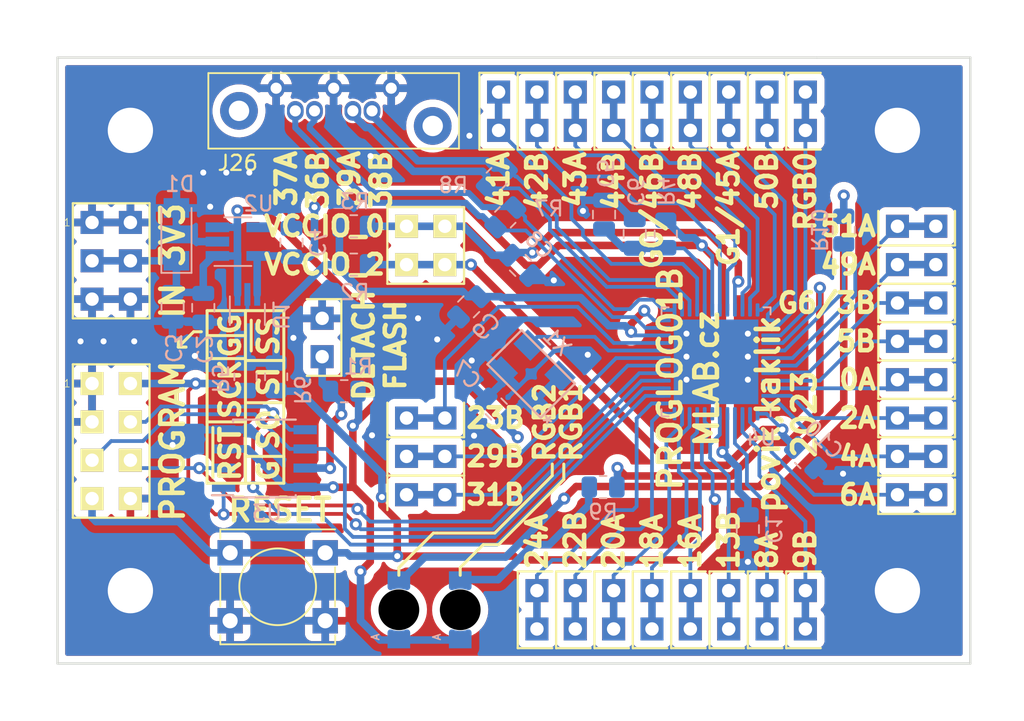
<source format=kicad_pcb>
(kicad_pcb (version 20211014) (generator pcbnew)
  (title_block (title "PROGLOG01") (date "2023-02-19") (rev "B") (company "Mlab www.mlab.cz") (comment 1 "open source toolchain FPGA") (comment 3 "Povik, kaklik"))
  (layers (0 "F.Cu" signal) (31 "B.Cu" signal) (34 "B.Paste" user) (35 "F.Paste" user) (36 "B.SilkS" user "B.Silkscreen") (37 "F.SilkS" user "F.Silkscreen") (38 "B.Mask" user) (39 "F.Mask" user) (44 "Edge.Cuts" user))
  (net 0 "")
  (net 1 "+3V3")
  (net 2 "GND")
  (net 3 "+1V2")
  (net 4 "/VCCIO_1")
  (net 5 "/IOT_37a")
  (net 6 "/VCCIO_2")
  (net 7 "/IOB_6a")
  (net 8 "/IOB_9b")
  (net 9 "/IOB_8a")
  (net 10 "/IOT_36b")
  (net 11 "/NRESET")
  (net 12 "/SPI_SO")
  (net 13 "/SPI_SCK")
  (net 14 "/SPI_SS")
  (net 15 "/SPI_SI")
  (net 16 "/IOT_41a")
  (net 17 "Net-(C5-Pad1)")
  (net 18 "/IOT_42b")
  (net 19 "/IOT_43a")
  (net 20 "/VCCIO_0")
  (net 21 "/IOT_44b")
  (net 22 "/IOT_46b_G0")
  (net 23 "/IOT_48b")
  (net 24 "/IOT_45a_G1")
  (net 25 "/IOT_50b")
  (net 26 "/RGB0")
  (net 27 "/RGB1")
  (net 28 "/RGB2")
  (net 29 "/IOT_51a")
  (net 30 "/IOT_49a")
  (net 31 "/IOB_3b_G6")
  (net 32 "/IOB_5b")
  (net 33 "/IOB_0a")
  (net 34 "/IOB_2a")
  (net 35 "/IOB_4a")
  (net 36 "Net-(J2-Pad1)")
  (net 37 "Net-(D3-Pad1)")
  (net 38 "Net-(D2-Pad1)")
  (net 39 "/IOB_13b")
  (net 40 "/IOB_16a")
  (net 41 "/IOB_18a")
  (net 42 "/IOB_20a")
  (net 43 "/IOB_22b")
  (net 44 "/IOB_24a")
  (net 45 "/IOB_31b")
  (net 46 "/IOB_29b")
  (net 47 "/IOB_25b")
  (net 48 "/IOB_23b")
  (net 49 "/IOT_39a")
  (net 50 "/IOT_38b")
  (footprint "Mlab_Pin_Headers:Straight_2x01" (layer "F.Cu") (at 204.47 105.156 -90)
    (fp_text reference "J23" hide)
    (fp_text value "HEADER_2x01_PARALLEL" hide)
  )
  (footprint "Mlab_Pin_Headers:Straight_2x01" (layer "F.Cu") (at 199.39 105.156 -90)
    (fp_text reference "J21" hide)
    (fp_text value "HEADER_2x01_PARALLEL" hide)
  )
  (footprint "Mlab_Pin_Headers:Straight_2x03" (layer "F.Cu") (at 161.036 115.062)
    (fp_text reference "J1" hide)
    (fp_text value "JUMP_3X2" hide)
  )
  (footprint "Mlab_Pin_Headers:Straight_2x01" (layer "F.Cu") (at 194.31 105.156 -90)
    (fp_text reference "J18" hide)
    (fp_text value "HEADER_2x01_PARALLEL" hide)
  )
  (footprint "Mlab_Pin_Headers:Straight_2x01" (layer "F.Cu") (at 207.01 105.156 -90)
    (fp_text reference "J25" hide)
    (fp_text value "HEADER_2x01_PARALLEL" hide)
  )
  (footprint "Mlab_Pin_Headers:Straight_2x01" (layer "F.Cu") (at 214.376 112.776)
    (fp_text reference "J24" hide)
    (fp_text value "HEADER_2x01_PARALLEL" hide)
  )
  (footprint "Mlab_Pin_Headers:Straight_2x01" (layer "F.Cu") (at 189.23 105.156 -90)
    (fp_text reference "J16" hide)
    (fp_text value "HEADER_2x01_PARALLEL" hide)
  )
  (footprint "Mlab_Pin_Headers:Straight_2x01" (layer "F.Cu") (at 199.39 138.176 -90)
    (fp_text reference "J6" hide)
    (fp_text value "HEADER_2x01_PARALLEL" hide)
  )
  (footprint "Mlab_Pin_Headers:Straight_2x01" (layer "F.Cu") (at 196.85 105.156 -90)
    (fp_text reference "J20" hide)
    (fp_text value "HEADER_2x01_PARALLEL" hide)
  )
  (footprint "Mlab_Mechanical:MountingHole_3mm" (layer "F.Cu") (at 162.306 136.906)
    (fp_text reference "M4" hide)
    (fp_text value "HOLE" hide)
  )
  (footprint "Mlab_Pin_Headers:Straight_2x04" (layer "F.Cu") (at 161.036 127)
    (fp_text reference "J4" hide)
    (fp_text value "HEADER_2x04" hide)
  )
  (footprint "Mlab_Pin_Headers:Straight_2x01" (layer "F.Cu") (at 201.93 138.176 -90)
    (fp_text reference "J5" hide)
    (fp_text value "HEADER_2x01_PARALLEL" hide)
  )
  (footprint "Mlab_SW:SW_PUSH_SMALL" (layer "F.Cu") (at 172.0596 136.652)
    (fp_text reference "SW1")
    (fp_text value "SW_Push" hide)
  )
  (footprint "Mlab_Pin_Headers:Straight_2x01" (layer "F.Cu") (at 214.376 120.396)
    (fp_text reference "J31" hide)
    (fp_text value "HEADER_2x01_PARALLEL" hide)
  )
  (footprint "Mlab_Pin_Headers:Straight_2x01" (layer "F.Cu") (at 214.376 117.856)
    (fp_text reference "J29" hide)
    (fp_text value "HEADER_2x01_PARALLEL" hide)
  )
  (footprint "Mlab_Pin_Headers:Straight_2x01" (layer "F.Cu") (at 214.376 122.936)
    (fp_text reference "J27" hide)
    (fp_text value "HEADER_2x01_PARALLEL" hide)
  )
  (footprint "Mlab_Pin_Headers:Straight_2x01" (layer "F.Cu") (at 201.93 105.156 -90)
    (fp_text reference "J19" hide)
    (fp_text value "HEADER_2x01_PARALLEL" hide)
  )
  (footprint "Mlab_Pin_Headers:Straight_2x01" (layer "F.Cu") (at 214.376 125.476)
    (fp_text reference "J28" hide)
    (fp_text value "HEADER_2x01_PARALLEL" hide)
  )
  (footprint "Mlab_Pin_Headers:Straight_2x01" (layer "F.Cu") (at 214.376 128.016)
    (fp_text reference "J30" hide)
    (fp_text value "HEADER_2x01_PARALLEL" hide)
  )
  (footprint "Mlab_Pin_Headers:Straight_2x01" (layer "F.Cu") (at 196.85 138.176 -90)
    (fp_text reference "J7" hide)
    (fp_text value "HEADER_2x01_PARALLEL" hide)
  )
  (footprint "Mlab_Mechanical:MountingHole_3mm" (layer "F.Cu") (at 213.106 106.426)
    (fp_text reference "M2" hide)
    (fp_text value "HOLE" hide)
  )
  (footprint "Mlab_Mechanical:MountingHole_3mm" (layer "F.Cu") (at 213.106 136.906)
    (fp_text reference "M1" hide)
    (fp_text value "HOLE" hide)
  )
  (footprint "Mlab_Pin_Headers:Straight_2x01" (layer "F.Cu") (at 175.006 120.142 90)
    (fp_text reference "J2" hide)
    (fp_text value "HEADER_2x01" hide)
  )
  (footprint "Mlab_Pin_Headers:Straight_2x01" (layer "F.Cu") (at 207.01 138.176 -90)
    (fp_text reference "J34" hide)
    (fp_text value "HEADER_2x01_PARALLEL" hide)
  )
  (footprint "Mlab_Pin_Headers:Straight_2x01" (layer "F.Cu") (at 214.376 130.556)
    (fp_text reference "J32" hide)
    (fp_text value "HEADER_2x01_PARALLEL" hide)
  )
  (footprint "Mlab_Pin_Headers:Straight_2x01" (layer "F.Cu") (at 181.864 128.016)
    (fp_text reference "J13" hide)
    (fp_text value "HEADER_2x01_PARALLEL" hide)
  )
  (footprint "Mlab_Pin_Headers:Straight_2x01" (layer "F.Cu") (at 189.23 138.176 -90)
    (fp_text reference "J11" hide)
    (fp_text value "HEADER_2x01_PARALLEL" hide)
  )
  (footprint "Mlab_Pin_Headers:Straight_2x01" (layer "F.Cu") (at 181.864 130.556 180)
    (fp_text reference "J14" hide)
    (fp_text value "HEADER_2x01_PARALLEL" hide)
  )
  (footprint "Mlab_Pin_Headers:Straight_2x01" (layer "F.Cu") (at 186.69 105.156 -90)
    (fp_text reference "J15" hide)
    (fp_text value "HEADER_2x01_PARALLEL" hide)
  )
  (footprint "Mlab_Pin_Headers:Straight_2x01" (layer "F.Cu") (at 214.376 115.316)
    (fp_text reference "J22" hide)
    (fp_text value "HEADER_2x01_PARALLEL" hide)
  )
  (footprint "Mlab_Pin_Headers:Straight_2x01" (layer "F.Cu") (at 204.47 138.176 -90)
    (fp_text reference "J33" hide)
    (fp_text value "HEADER_2x01_PARALLEL" hide)
  )
  (footprint "Mlab_Pin_Headers:Straight_2x01" (layer "F.Cu") (at 191.77 105.156 -90)
    (fp_text reference "J17" hide)
    (fp_text value "HEADER_2x01_PARALLEL" hide)
  )
  (footprint "Mlab_Pin_Headers:Straight_2x01" (layer "F.Cu") (at 194.31 138.176 -90)
    (fp_text reference "J8" hide)
    (fp_text value "HEADER_2x01_PARALLEL" hide)
  )
  (footprint "Mlab_Pin_Headers:Straight_2x01" (layer "F.Cu") (at 191.77 138.176 -90)
    (fp_text reference "J9" hide)
    (fp_text value "HEADER_2x01_PARALLEL" hide)
  )
  (footprint "Mlab_CON:SATA-7_THT_VERT_2" (layer "F.Cu") (at 171.958 103.632 180)
    (fp_text reference "J26")
    (fp_text value "SATA" hide)
  )
  (footprint "Mlab_Mechanical:MountingHole_3mm" (layer "F.Cu") (at 162.306 106.426)
    (fp_text reference "M3" hide)
    (fp_text value "HOLE" hide)
  )
  (footprint "Mlab_Pin_Headers:Straight_2x01" (layer "F.Cu") (at 181.864 125.476)
    (fp_text reference "J10" hide)
    (fp_text value "HEADER_2x01_PARALLEL" hide)
  )
  (footprint "Mlab_Pin_Headers:Straight_2x02" (layer "F.Cu") (at 181.864 114.046)
    (fp_text reference "J3" hide)
    (fp_text value "HEADER_2x02_PARALLEL" hide)
  )
  (footprint "Package_DFN_QFN:QFN-48-1EP_7x7mm_P0.5mm_EP5.6x5.6mm" (layer "B.Cu") (at 201.0918 121.7549 90)
    (fp_text reference "U4")
    (fp_text value "ICE40UP5K-SG48I")
  )
  (footprint "Capacitor_SMD:C_0805_2012Metric" (layer "B.Cu") (at 165.1 118.11 -90)
    (fp_text reference "C3")
    (fp_text value "10uF")
  )
  (footprint "Package_TO_SOT_SMD:SOT-363_SC-70-6_Handsoldering" (layer "B.Cu") (at 170.053 118.618 -90)
    (fp_text reference "U1")
    (fp_text value "TPS22919DCK")
  )
  (footprint "Package_TO_SOT_SMD:SOT-23-5_HandSoldering" (layer "B.Cu") (at 169.418 113.792)
    (fp_text reference "U2")
    (fp_text value "MIC5504-1.2YM5")
  )
  (footprint "Capacitor_SMD:C_0805_2012Metric" (layer "B.Cu") (at 172.974 113.8555 90)
    (fp_text reference "C4")
    (fp_text value "1uF")
  )
  (footprint "Resistor_SMD:R_0805_2012Metric" (layer "B.Cu") (at 177.1015 112.776)
    (fp_text reference "R3")
    (fp_text value "0R")
  )
  (footprint "Resistor_SMD:R_0805_2012Metric" (layer "B.Cu") (at 177.1015 115.316)
    (fp_text reference "R2")
    (fp_text value "0R")
  )
  (footprint "Resistor_SMD:R_0805_2012Metric" (layer "B.Cu") (at 186.575281 109.588719 45)
    (fp_text reference "R8")
    (fp_text value "100R")
  )
  (footprint "Resistor_SMD:R_0805_2012Metric" (layer "B.Cu") (at 209.55 113.03 -90)
    (fp_text reference "R10")
    (fp_text value "200R")
  )
  (footprint "Resistor_SMD:R_0805_2012Metric" (layer "B.Cu") (at 193.6115 130.048)
    (fp_text reference "R9")
    (fp_text value "200R")
  )
  (footprint "Resistor_SMD:R_0805_2012Metric" (layer "B.Cu") (at 169.926 122.7455 -90)
    (fp_text reference "R5")
    (fp_text value "10k")
  )
  (footprint "Mlab_XTAL:ISM92" (layer "B.Cu") (at 188.849 122.555 135)
    (fp_text reference "X1")
    (fp_text value "ISM92-3351AH24.00" hide)
  )
  (footprint "Capacitor_SMD:C_0805_2012Metric" (layer "B.Cu") (at 203.2 132.8293 90)
    (fp_text reference "C1")
    (fp_text value "100nF")
  )
  (footprint "Capacitor_SMD:C_0805_2012Metric" (layer "B.Cu") (at 167.132 118.1735 -90)
    (fp_text reference "C2")
    (fp_text value "100nF")
  )
  (footprint "Resistor_SMD:R_0805_2012Metric" (layer "B.Cu") (at 187.134081 112.179519 45)
    (fp_text reference "R7")
    (fp_text value "100R")
  )
  (footprint "Resistor_SMD:R_0805_2012Metric" (layer "B.Cu") (at 171.958 122.7455 -90)
    (fp_text reference "R6")
    (fp_text value "10k")
  )
  (footprint "Mlab_D:LED_1206" (layer "B.Cu") (at 180.086 138.176 90)
    (fp_text reference "D3" hide)
    (fp_text value "BLUE" hide)
  )
  (footprint "Mlab_D:LED_1206" (layer "B.Cu") (at 184.15 138.176 90)
    (fp_text reference "D2" hide)
    (fp_text value "YELLOW" hide)
  )
  (footprint "Mlab_D:Diode-MiniMELF_Standard" (layer "B.Cu") (at 165.354 113.312 90)
    (fp_text reference "D1")
    (fp_text value "BZV55C-5,6V")
  )
  (footprint "Capacitor_SMD:C_0805_2012Metric" (layer "B.Cu") (at 195.707 113.284 90)
    (fp_text reference "C6")
    (fp_text value "100nF")
  )
  (footprint "Capacitor_SMD:C_0805_2012Metric" (layer "B.Cu") (at 193.675 112.0013 90)
    (fp_text reference "C5")
    (fp_text value "10uF")
  )
  (footprint "Capacitor_SMD:C_0805_2012Metric" (layer "B.Cu") (at 184.7088 118.11 45)
    (fp_text reference "C9")
    (fp_text value "100nF")
  )
  (footprint "Mlab_IO:SOIC-8_3.9x4.9mm_Pitch1.27mm" (layer "B.Cu") (at 171.18076 128.1557)
    (fp_text reference "U3")
    (fp_text value "AT25SF081-SSH" hide)
  )
  (footprint "Resistor_SMD:R_0805_2012Metric" (layer "B.Cu") (at 176.4665 123.698 180)
    (fp_text reference "R1")
    (fp_text value "10k")
  )
  (footprint "Capacitor_SMD:C_0805_2012Metric" (layer "B.Cu") (at 207.022281 128.104481 135)
    (fp_text reference "C10")
    (fp_text value "100nF")
  )
  (footprint "Capacitor_SMD:C_0805_2012Metric" (layer "B.Cu") (at 186.538019 124.879519 135)
    (fp_text reference "C7")
    (fp_text value "10nF")
  )
  (footprint "Capacitor_SMD:C_0805_2012Metric" (layer "B.Cu") (at 188.1378 115.3668 -45)
    (fp_text reference "C8")
    (fp_text value "100nF")
  )
  (footprint "Resistor_SMD:R_0805_2012Metric" (layer "B.Cu") (at 197.7644 113.284 90)
    (fp_text reference "R4")
    (fp_text value "100R")
  )
  (gr_line (start 169.926 125.73) (end 167.386 125.73) (layer "F.SilkS") (width 0.2))
  (gr_line (start 190.246 129.286) (end 190.246 128.524) (layer "F.SilkS") (width 0.2))
  (gr_line (start 182.626 133.096) (end 182.372 133.096) (layer "F.SilkS") (width 0.2))
  (gr_line (start 186.436 133.096) (end 190.246 129.286) (layer "F.SilkS") (width 0.2))
  (gr_line (start 182.626 133.096) (end 186.182 133.096) (layer "F.SilkS") (width 0.2))
  (gr_line (start 172.466 124.46) (end 169.926 124.46) (layer "F.SilkS") (width 0.2))
  (gr_line (start 172.466 118.364) (end 169.926 118.364) (layer "F.SilkS") (width 0.2))
  (gr_line (start 169.926 118.364) (end 167.386 118.364) (layer "F.SilkS") (width 0.2))
  (gr_line (start 167.767 129.413) (end 167.767 126.111) (layer "F.SilkS") (width 0.2))
  (gr_line (start 186.69 133.858) (end 191.008 129.54) (layer "F.SilkS") (width 0.2))
  (gr_line (start 191.008 129.54) (end 191.008 128.524) (layer "F.SilkS") (width 0.2))
  (gr_line (start 169.926 129.794) (end 169.926 118.364) (layer "F.SilkS") (width 0.2))
  (gr_line (start 170.307 121.031) (end 170.307 118.999) (layer "F.SilkS") (width 0.2))
  (gr_line (start 186.182 133.096) (end 186.436 133.096) (layer "F.SilkS") (width 0.2))
  (gr_line (start 185.674 133.858) (end 184.15 135.382) (layer "F.SilkS") (width 0.2))
  (gr_line (start 167.386 129.794) (end 172.466 129.794) (layer "F.SilkS") (width 0.2))
  (gr_line (start 169.926 120.015) (end 167.386 120.015) (layer "F.SilkS") (width 0.2))
  (gr_line (start 172.466 129.794) (end 172.466 118.364) (layer "F.SilkS") (width 0.2))
  (gr_line (start 165.481 120.777) (end 165.989 120.777) (layer "F.SilkS") (width 0.2))
  (gr_line (start 166.497 119.761) (end 165.481 120.777) (layer "F.SilkS") (width 0.2))
  (gr_line (start 182.372 133.096) (end 180.086 135.382) (layer "F.SilkS") (width 0.2))
  (gr_line (start 184.15 135.382) (end 184.15 135.89) (layer "F.SilkS") (width 0.2))
  (gr_line (start 165.481 120.396) (end 165.481 120.269) (layer "F.SilkS") (width 0.2))
  (gr_line (start 166.497 119.761) (end 167.005 119.761) (layer "F.SilkS") (width 0.2))
  (gr_line (start 165.989 120.777) (end 165.481 120.777) (layer "F.SilkS") (width 0.2))
  (gr_line (start 167.386 118.364) (end 167.386 129.794) (layer "F.SilkS") (width 0.2))
  (gr_line (start 180.086 135.382) (end 180.086 135.89) (layer "F.SilkS") (width 0.2))
  (gr_line (start 172.466 128.016) (end 169.926 128.016) (layer "F.SilkS") (width 0.2))
  (gr_line (start 185.674 133.858) (end 186.69 133.858) (layer "F.SilkS") (width 0.2))
  (gr_line (start 172.466 121.666) (end 169.926 121.666) (layer "F.SilkS") (width 0.2))
  (gr_line (start 165.481 120.777) (end 165.481 120.396) (layer "F.SilkS") (width 0.2))
  (gr_line (start 169.926 121.539) (end 167.386 121.539) (layer "F.SilkS") (width 0.2))
  (gr_line (start 217.932 101.6) (end 217.932 141.732) (layer "Edge.Cuts") (width 0.15))
  (gr_line (start 157.48 131.572) (end 157.48 141.732) (layer "Edge.Cuts") (width 0.15))
  (gr_line (start 217.932 141.732) (end 157.48 141.732) (layer "Edge.Cuts") (width 0.15))
  (gr_line (start 157.48 101.6) (end 207.772 101.6) (layer "Edge.Cuts") (width 0.15))
  (gr_line (start 157.48 131.572) (end 157.48 101.6) (layer "Edge.Cuts") (width 0.15))
  (gr_line (start 207.772 101.6) (end 217.932 101.6) (layer "Edge.Cuts") (width 0.15))
  (gr_text "48B" (at 199.39 107.696 90) (layer "F.SilkS") (effects (font (size 1.3 1.3) (thickness 0.3)) (justify right)))
  (gr_text "povik,kaklik\n2023" (at 205.74 125.222 90) (layer "F.SilkS") (effects (font (size 1.5 1.5) (thickness 0.3))))
  (gr_text "51A" (at 211.836 112.776) (layer "F.SilkS") (effects (font (size 1.3 1.3) (thickness 0.3)) (justify right)))
  (gr_text "31B" (at 184.404 130.556) (layer "F.SilkS") (effects (font (size 1.3 1.3) (thickness 0.3)) (justify left)))
  (gr_text "5B" (at 211.836 120.396) (layer "F.SilkS") (effects (font (size 1.3 1.3) (thickness 0.3)) (justify right)))
  (gr_text "6A" (at 211.836 130.556) (layer "F.SilkS") (effects (font (size 1.3 1.3) (thickness 0.3)) (justify right)))
  (gr_text "23B" (at 184.404 125.476) (layer "F.SilkS") (effects (font (size 1.3 1.3) (thickness 0.3)) (justify left)))
  (gr_text "43A" (at 191.77 107.696 90) (layer "F.SilkS") (effects (font (size 1.3 1.3) (thickness 0.3)) (justify right)))
  (gr_text "PROGRAM" (at 165.1 127 90) (layer "F.SilkS") (effects (font (size 1.5 1.5) (thickness 0.3))))
  (gr_text "37A\n36B\n39A\n38B" (at 175.768 107.6325 90) (layer "F.SilkS") (effects (font (size 1.3 1.3) (thickness 0.3)) (justify right)))
  (gr_text "24A" (at 189.23 135.636 90) (layer "F.SilkS") (effects (font (size 1.3 1.3) (thickness 0.3)) (justify left)))
  (gr_text "8A" (at 204.47 135.636 90) (layer "F.SilkS") (effects (font (size 1.3 1.3) (thickness 0.3)) (justify left)))
  (gr_text "2A" (at 211.836 125.476) (layer "F.SilkS") (effects (font (size 1.3 1.3) (thickness 0.3)) (justify right)))
  (gr_text "SI\n" (at 171.45 123.063 90) (layer "F.SilkS") (effects (font (size 1.3 1.3) (thickness 0.3))))
  (gr_text "VCCIO_0" (at 179.324 112.776) (layer "F.SilkS") (effects (font (size 1.3 1.3) (thickness 0.3)) (justify right)))
  (gr_text "IN 3V3" (at 165.1 115.062 90) (layer "F.SilkS") (effects (font (size 1.5 1.5) (thickness 0.3))))
  (gr_text "RGB0" (at 207.01 107.696 90) (layer "F.SilkS") (effects (font (size 1.3 1.3) (thickness 0.3)) (justify right)))
  (gr_text "16A" (at 199.39 135.636 90) (layer "F.SilkS") (effects (font (size 1.3 1.3) (thickness 0.3)) (justify left)))
  (gr_text "9B" (at 207.01 135.636 90) (layer "F.SilkS") (effects (font (size 1.3 1.3) (thickness 0.3)) (justify left)))
  (gr_text "PROGLOG01B\nMLAB.cz" (at 199.263 122.8725 90) (layer "F.SilkS") (effects (font (size 1.5 1.5) (thickness 0.3))))
  (gr_text "18A" (at 196.85 135.636 90) (layer "F.SilkS") (effects (font (size 1.3 1.3) (thickness 0.3)) (justify left)))
  (gr_text "4A" (at 211.836 128.016) (layer "F.SilkS") (effects (font (size 1.3 1.3) (thickness 0.3)) (justify right)))
  (gr_text "SO" (at 171.45 126.238 90) (layer "F.SilkS") (effects (font (size 1.3 1.3) (thickness 0.3))))
  (gr_text "22B" (at 191.77 135.636 90) (layer "F.SilkS") (effects (font (size 1.3 1.3) (thickness 0.3)) (justify left)))
  (gr_text "DETACH\nFLASH" (at 178.816 120.65 90) (layer "F.SilkS") (effects (font (size 1.3 1.3) (thickness 0.3))))
  (gr_text "G" (at 171.45 129.794 90) (layer "F.SilkS") (effects (font (size 1.3 1.3) (thickness 0.3)) (justify left)))
  (gr_text "13B" (at 201.93 135.636 90) (layer "F.SilkS") (effects (font (size 1.3 1.3) (thickness 0.3)) (justify left)))
  (gr_text "29B" (at 184.404 128.016) (layer "F.SilkS") (effects (font (size 1.3 1.3) (thickness 0.3)) (justify left)))
  (gr_text "RGB1" (at 191.516 128.524 90) (layer "F.SilkS") (effects (font (size 1.3 1.3) (thickness 0.3)) (justify left)))
  (gr_text "41A" (at 186.69 107.696 90) (layer "F.SilkS") (effects (font (size 1.3 1.3) (thickness 0.3)) (justify right)))
  (gr_text "42B" (at 189.23 107.696 90) (layer "F.SilkS") (effects (font (size 1.3 1.3) (thickness 0.3)) (justify right)))
  (gr_text "G6/3B" (at 211.836 117.856) (layer "F.SilkS") (effects (font (size 1.3 1.3) (thickness 0.3)) (justify right)))
  (gr_text "SS" (at 171.45 118.618 90) (layer "F.SilkS") (effects (font (size 1.3 1.3) (thickness 0.3)) (justify right)))
  (gr_text "0A" (at 211.836 122.936) (layer "F.SilkS") (effects (font (size 1.3 1.3) (thickness 0.3)) (justify right)))
  (gr_text "44B" (at 194.31 107.696 90) (layer "F.SilkS") (effects (font (size 1.3 1.3) (thickness 0.3)) (justify right)))
  (gr_text "G" (at 168.91 119.253 90) (layer "F.SilkS") (effects (font (size 1.3 1.3) (thickness 0.3))))
  (gr_text "20A" (at 194.31 135.636 90) (layer "F.SilkS") (effects (font (size 1.3 1.3) (thickness 0.3)) (justify left)))
  (gr_text "RESET" (at 172.212 131.572) (layer "F.SilkS") (effects (font (size 1.5 1.5) (thickness 0.3))))
  (gr_text "G" (at 168.91 120.777 90) (layer "F.SilkS") (effects (font (size 1.3 1.3) (thickness 0.3))))
  (gr_text "49A" (at 211.836 115.316) (layer "F.SilkS") (effects (font (size 1.3 1.3) (thickness 0.3)) (justify right)))
  (gr_text "RGB2" (at 189.738 128.524 90) (layer "F.SilkS") (effects (font (size 1.3 1.3) (thickness 0.3)) (justify left)))
  (gr_text "50B" (at 204.47 107.696 90) (layer "F.SilkS") (effects (font (size 1.3 1.3) (thickness 0.3)) (justify right)))
  (gr_text "G0/46B" (at 196.85 107.696 90) (layer "F.SilkS") (effects (font (size 1.3 1.3) (thickness 0.3)) (justify right)))
  (gr_text "G1/45A" (at 201.93 107.696 90) (layer "F.SilkS") (effects (font (size 1.3 1.3) (thickness 0.3)) (justify right)))
  (gr_text "RST" (at 168.91 129.794 90) (layer "F.SilkS") (effects (font (size 1.3 1.3) (thickness 0.3)) (justify left)))
  (gr_text "VCCIO_2" (at 179.324 115.316) (layer "F.SilkS") (effects (font (size 1.3 1.3) (thickness 0.3)) (justify right)))
  (gr_text "SCK" (at 168.91 123.571 90) (layer "F.SilkS") (effects (font (size 1.3 1.3) (thickness 0.3))))
  (segment (start 178.1923 134.9897) (end 178.1923 131.143925) (width 0.5) (layer "F.Cu") (net 1))
  (segment (start 179.9844 123.0376) (end 184.2516 123.0376) (width 0.5) (layer "F.Cu") (net 1))
  (segment (start 177.038 125.984) (end 177.038 130.0226) (width 0.5) (layer "F.Cu") (net 1))
  (segment (start 178.1923 131.143925) (end 177.109075 130.0607) (width 0.5) (layer "F.Cu") (net 1))
  (segment (start 179.9336 120.4976) (end 171.170601 111.734601) (width 0.5) (layer "F.Cu") (net 1))
  (segment (start 177.038 130.0226) (end 177.0888 130.0734) (width 0.5) (layer "F.Cu") (net 1))
  (segment (start 177.038 125.984) (end 178.816 124.206) (width 0.5) (layer "F.Cu") (net 1))
  (segment (start 179.9336 123.0884) (end 179.9336 120.4976) (width 0.5) (layer "F.Cu") (net 1))
  (segment (start 177.109075 130.0607) (end 175.72851 130.060699) (width 0.5) (layer "F.Cu") (net 1))
  (segment (start 177.546 135.636) (end 178.1923 134.9897) (width 0.5) (layer "F.Cu") (net 1))
  (segment (start 178.816 124.206) (end 179.9336 123.0884) (width 0.5) (layer "F.Cu") (net 1))
  (segment (start 184.2516 123.0376) (end 187.96 126.746) (width 0.5) (layer "F.Cu") (net 1))
  (segment (start 171.170601 111.734601) (end 169.392601 111.734601) (width 0.5) (layer "F.Cu") (net 1))
  (segment (start 178.816 124.206) (end 179.9844 123.0376) (width 0.5) (layer "F.Cu") (net 1))
  (via (at 175.72851 130.060699) (size 0.8) (drill 0.4) (layers "F.Cu" "B.Cu") (net 1))
  (via (at 169.392601 111.734601) (size 0.8) (drill 0.4) (layers "F.Cu" "B.Cu") (net 1))
  (via (at 187.96 126.746) (size 0.8) (drill 0.4) (layers "F.Cu" "B.Cu") (net 1))
  (via (at 177.546 135.636) (size 0.8) (drill 0.4) (layers "F.Cu" "B.Cu") (net 1))
  (via (at 177.038 125.984) (size 0.8) (drill 0.4) (layers "F.Cu" "B.Cu") (net 1))
  (segment (start 169.75576 127.5207) (end 168.48076 127.5207) (width 0.5) (layer "B.Cu") (net 1))
  (segment (start 188.990421 124.464188) (end 190.758188 122.696421) (width 0.5) (layer "B.Cu") (net 1))
  (segment (start 187.211538 125.997538) (end 187.96 126.746) (width 0.5) (layer "B.Cu") (net 1))
  (segment (start 173.88076 130.0607) (end 172.60576 130.0607) (width 0.5) (layer "B.Cu") (net 1))
  (segment (start 167.132 115.4176) (end 167.8076 114.742) (width 0.5) (layer "B.Cu") (net 1))
  (segment (start 167.132 117.221) (end 167.132 115.4176) (width 0.5) (layer "B.Cu") (net 1))
  (segment (start 178.836 140.176) (end 177.546 138.886) (width 0.5) (layer "B.Cu") (net 1))
  (segment (start 169.357 114.742) (end 169.3926 114.7064) (width 0.5) (layer "B.Cu") (net 1))
  (segment (start 187.211538 125.553038) (end 187.211538 125.997538) (width 0.5) (layer "B.Cu") (net 1))
  (segment (start 162.306 115.062) (end 165.354 115.062) (width 0.5) (layer "B.Cu") (net 1))
  (segment (start 170.06576 127.5207) (end 169.75576 127.5207) (width 0.5) (layer "B.Cu") (net 1))
  (segment (start 169.3926 112.8268) (end 169.3774 112.842) (width 0.5) (layer "B.Cu") (net 1))
  (segment (start 188.990421 124.464188) (end 188.300388 124.464188) (width 0.5) (layer "B.Cu") (net 1))
  (segment (start 177.419 123.698) (end 177.419 125.603) (width 0.5) (layer "B.Cu") (net 1))
  (segment (start 165.354 116.9035) (end 165.1 117.1575) (width 0.5) (layer "B.Cu") (net 1))
  (segment (start 172.60576 130.0607) (end 170.06576 127.5207) (width 0.5) (layer "B.Cu") (net 1))
  (segment (start 177.546 138.886) (end 177.546 135.636) (width 0.5) (layer "B.Cu") (net 1))
  (segment (start 169.3774 112.842) (end 168.068 112.842) (width 0.5) (layer "B.Cu") (net 1))
  (segment (start 165.354 115.062) (end 165.354 116.9035) (width 0.5) (layer "B.Cu") (net 1))
  (segment (start 165.1 117.1575) (end 167.0685 117.1575) (width 0.5) (layer "B.Cu") (net 1))
  (segment (start 169.3926 114.8842) (end 169.392601 111.734601) (width 0.5) (layer "B.Cu") (net 1))
  (segment (start 168.068 114.742) (end 169.357 114.742) (width 0.5) (layer "B.Cu") (net 1))
  (segment (start 184.15 140.176) (end 180.086 140.176) (width 0.5) (layer "B.Cu") (net 1))
  (segment (start 188.300388 124.464188) (end 187.211538 125.553038) (width 0.5) (layer "B.Cu") (net 1))
  (segment (start 173.88076 130.0607) (end 175.72851 130.060699) (width 0.5) (layer "B.Cu") (net 1))
  (segment (start 177.419 125.603) (end 177.038 125.984) (width 0.5) (layer "B.Cu") (net 1))
  (segment (start 167.8076 114.742) (end 168.068 114.742) (width 0.5) (layer "B.Cu") (net 1))
  (segment (start 180.086 140.176) (end 178.836 140.176) (width 0.5) (layer "B.Cu") (net 1))
  (segment (start 159.766 115.062) (end 162.306 115.062) (width 0.5) (layer "B.Cu") (net 1))
  (segment (start 169.403 114.582) (end 169.403 117.288) (width 0.5) (layer "B.Cu") (net 1))
  (segment (start 167.0685 117.1575) (end 167.132 117.221) (width 0.5) (layer "B.Cu") (net 1))
  (via (at 167.132 109.22) (size 0.8) (drill 0.4) (layers "F.Cu" "B.Cu") (net 2))
  (via (at 166.5732 121.3612) (size 0.8) (drill 0.4) (layers "F.Cu" "B.Cu") (net 2))
  (via (at 199.136 122.936) (size 0.8) (drill 0.4) (layers "F.Cu" "B.Cu") (net 2))
  (via (at 199.136 121.412) (size 0.8) (drill 0.4) (layers "F.Cu" "B.Cu") (net 2))
  (via (at 184.7596 106.7816) (size 0.8) (drill 0.4) (layers "F.Cu" "B.Cu") (net 2))
  (via (at 182.626 120.269) (size 0.8) (drill 0.4) (layers "F.Cu" "B.Cu") (net 2))
  (via (at 199.136 119.888) (size 0.8) (drill 0.4) (layers "F.Cu" "B.Cu") (net 2))
  (via (at 192.5955 121.285) (size 0.8) (drill 0.4) (layers "F.Cu" "B.Cu") (net 2))
  (via (at 165.1 127.254) (size 0.8) (drill 0.4) (layers "F.Cu" "B.Cu") (net 2))
  (via (at 178.2064 108.1278) (size 0.8) (drill 0.4) (layers "F.Cu" "B.Cu") (net 2))
  (via (at 209.503219 129.163019) (size 0.8) (drill 0.4) (layers "F.Cu" "B.Cu") (net 2))
  (via (at 159.004 120.396) (size 0.8) (drill 0.4) (layers "F.Cu" "B.Cu") (net 2))
  (via (at 203.2 119.888) (size 0.8) (drill 0.4) (layers "F.Cu" "B.Cu") (net 2))
  (via (at 203.2 135.001) (size 0.8) (drill 0.4) (layers "F.Cu" "B.Cu") (net 2))
  (via (at 162.56 120.396) (size 0.8) (drill 0.4) (layers "F.Cu" "B.Cu") (net 2))
  (via (at 190.3476 116.3574) (size 0.8) (drill 0.4) (layers "F.Cu" "B.Cu") (net 2))
  (via (at 184.912 121.666) (size 0.8) (drill 0.4) (layers "F.Cu" "B.Cu") (net 2))
  (via (at 167.5892 111.4806) (size 0.8) (drill 0.4) (layers "F.Cu" "B.Cu") (net 2))
  (via (at 181.356 118.872) (size 0.8) (drill 0.4) (layers "F.Cu" "B.Cu") (net 2))
  (via (at 203.2 122.936) (size 0.8) (drill 0.4) (layers "F.Cu" "B.Cu") (net 2))
  (via (at 192.278 111.76) (size 0.8) (drill 0.4) (layers "F.Cu" "B.Cu") (net 2))
  (via (at 203.2 121.412) (size 0.8) (drill 0.4) (layers "F.Cu" "B.Cu") (net 2))
  (via (at 185.0644 126.6444) (size 0.8) (drill 0.4) (layers "F.Cu" "B.Cu") (net 2))
  (via (at 160.528 120.396) (size 0.8) (drill 0.4) (layers "F.Cu" "B.Cu") (net 2))
  (via (at 178.308 126.619) (size 0.8) (drill 0.4) (layers "F.Cu" "B.Cu") (net 2))
  (via (at 173.101 120.1674) (size 0.8) (drill 0.4) (layers "F.Cu" "B.Cu") (net 2))
  (via (at 168.656 109.22) (size 0.8) (drill 0.4) (layers "F.Cu" "B.Cu") (net 2))
  (via (at 170.18 109.22) (size 0.8) (drill 0.4) (layers "F.Cu" "B.Cu") (net 2))
  (segment (start 188.809551 116.038551) (end 189.444551 116.038551) (width 0.5) (layer "B.Cu") (net 2))
  (segment (start 189.7634 116.3574) (end 190.3476 116.3574) (width 0.5) (layer "B.Cu") (net 2))
  (segment (start 170.053 117.288) (end 170.053 118.288) (width 0.25) (layer "B.Cu") (net 2))
  (segment (start 195.5927 112.3315) (end 194.31 111.0488) (width 0.5) (layer "B.Cu") (net 2))
  (segment (start 207.6958 128.778) (end 208.080819 129.163019) (width 0.5) (layer "B.Cu") (net 2))
  (segment (start 168.068 113.792) (end 166.878 113.792) (width 0.5) (layer "B.Cu") (net 2))
  (segment (start 185.8645 124.206) (end 186.939812 123.130688) (width 0.5) (layer "B.Cu") (net 2))
  (segment (start 188.6966 116.078) (end 188.976 116.3574) (width 0.5) (layer "B.Cu") (net 2))
  (segment (start 189.444551 116.038551) (end 189.7634 116.3574) (width 0.5) (layer "B.Cu") (net 2))
  (segment (start 194.31 111.0488) (end 193.675 111.0488) (width 0.5) (layer "B.Cu") (net 2))
  (segment (start 170.053 118.288) (end 169.723 118.618) (width 0.25) (layer "B.Cu") (net 2))
  (segment (start 195.707 112.3315) (end 195.5927 112.3315) (width 0.5) (layer "B.Cu") (net 2))
  (segment (start 208.080819 129.163019) (end 209.503219 129.163019) (width 0.5) (layer "B.Cu") (net 2))
  (segment (start 188.976 116.3574) (end 189.7634 116.3574) (width 0.5) (layer "B.Cu") (net 2))
  (segment (start 203.2 133.7818) (end 203.2 135.001) (width 0.5) (layer "B.Cu") (net 2))
  (segment (start 186.939812 123.130688) (end 186.939812 122.413579) (width 0.5) (layer "B.Cu") (net 2))
  (segment (start 169.723 118.618) (end 168.656 118.618) (width 0.25) (layer "B.Cu") (net 2))
  (segment (start 183.995798 110.8456) (end 175.1584 110.8456) (width 0.5) (layer "F.Cu") (net 3))
  (segment (start 175.1584 110.8456) (end 174.498 111.506) (width 0.5) (layer "F.Cu") (net 3))
  (segment (start 201.513459 115.407459) (end 200.152 114.046) (width 0.5) (layer "F.Cu") (net 3))
  (segment (start 190.654202 114.046) (end 189.333201 115.367001) (width 0.5) (layer "F.Cu") (net 3))
  (segment (start 201.513459 127.72646) (end 201.513459 115.407459) (width 0.5) (layer "F.Cu") (net 3))
  (segment (start 189.333201 115.367001) (end 188.517199 115.367001) (width 0.5) (layer "F.Cu") (net 3))
  (segment (start 200.152 114.046) (end 190.654202 114.046) (width 0.5) (layer "F.Cu") (net 3))
  (segment (start 188.517199 115.367001) (end 183.995798 110.8456) (width 0.5) (layer "F.Cu") (net 3))
  (via (at 201.513459 127.72646) (size 0.8) (drill 0.4) (layers "F.Cu" "B.Cu") (net 3))
  (via (at 200.152 114.046) (size 0.8) (drill 0.4) (layers "F.Cu" "B.Cu") (net 3))
  (via (at 174.498 111.506) (size 0.8) (drill 0.4) (layers "F.Cu" "B.Cu") (net 3))
  (segment (start 170.768 114.742) (end 172.908 114.742) (width 0.5) (layer "B.Cu") (net 3))
  (segment (start 201.513459 127.72646) (end 202.56149 128.774491) (width 0.5) (layer "B.Cu") (net 3))
  (segment (start 199.644 113.538) (end 198.9309 113.538) (width 0.5) (layer "B.Cu") (net 3))
  (segment (start 200.8418 118.3174) (end 200.8418 114.7358) (width 0.25) (layer "B.Cu") (net 3))
  (segment (start 174.1725 114.808) (end 172.974 114.808) (width 0.5) (layer "B.Cu") (net 3))
  (segment (start 200.8418 114.7358) (end 200.152 114.046) (width 0.25) (layer "B.Cu") (net 3))
  (segment (start 174.498 114.4825) (end 174.498 111.506) (width 0.5) (layer "B.Cu") (net 3))
  (segment (start 174.1725 114.808) (end 174.498 114.4825) (width 0.5) (layer "B.Cu") (net 3))
  (segment (start 203.2 130.9323) (end 203.2 131.8768) (width 0.5) (layer "B.Cu") (net 3))
  (segment (start 198.9309 113.538) (end 197.7644 112.3715) (width 0.5) (layer "B.Cu") (net 3))
  (segment (start 170.703 114.807) (end 170.768 114.742) (width 0.5) (layer "B.Cu") (net 3))
  (segment (start 201.8418 125.1924) (end 201.8418 127.398119) (width 0.25) (layer "B.Cu") (net 3))
  (segment (start 201.8418 127.398119) (end 201.513459 127.72646) (width 0.25) (layer "B.Cu") (net 3))
  (segment (start 202.56149 128.774491) (end 202.56149 130.29379) (width 0.5) (layer "B.Cu") (net 3))
  (segment (start 170.703 117.288) (end 170.703 114.807) (width 0.5) (layer "B.Cu") (net 3))
  (segment (start 200.152 114.046) (end 199.644 113.538) (width 0.5) (layer "B.Cu") (net 3))
  (segment (start 172.908 114.742) (end 172.974 114.808) (width 0.5) (layer "B.Cu") (net 3))
  (segment (start 202.56149 130.29379) (end 203.2 130.9323) (width 0.5) (layer "B.Cu") (net 3))
  (segment (start 195.467103 119.765797) (end 195.467103 119.238897) (width 0.5) (layer "F.Cu") (net 4))
  (segment (start 195.467103 119.238897) (end 196.342 118.364) (width 0.5) (layer "F.Cu") (net 4))
  (segment (start 195.467103 119.765797) (end 195.467103 119.619897) (width 0.5) (layer "F.Cu") (net 4))
  (via (at 196.342 118.364) (size 0.8) (drill 0.4) (layers "F.Cu" "B.Cu") (net 4))
  (via (at 195.467103 119.765797) (size 0.8) (drill 0.4) (layers "F.Cu" "B.Cu") (net 4))
  (segment (start 184.653701 117.436481) (end 184.31122 117.094) (width 0.5) (layer "B.Cu") (net 4))
  (segment (start 175.2045 115.316) (end 171.958 118.5625) (width 0.5) (layer "B.Cu") (net 4))
  (segment (start 170.053 121.706) (end 169.926 121.833) (width 0.5) (layer "B.Cu") (net 4))
  (segment (start 195.467103 119.765797) (end 195.067104 119.365798) (width 0.5) (layer "B.Cu") (net 4))
  (segment (start 193.991384 119.365798) (end 192.125986 117.5004) (width 0.5) (layer "B.Cu") (net 4))
  (segment (start 195.467103 119.765797) (end 195.706206 120.0049) (width 0.25) (layer "B.Cu") (net 4))
  (segment (start 184.31122 117.094) (end 177.673 117.094) (width 0.5) (layer "B.Cu") (net 4))
  (segment (start 177.673 117.094) (end 176.149 115.57) (width 0.5) (layer "B.Cu") (net 4))
  (segment (start 170.053 120.777) (end 170.053 121.706) (width 0.5) (layer "B.Cu") (net 4))
  (segment (start 176.149 115.316) (end 176.149 112.776) (width 0.5) (layer "B.Cu") (net 4))
  (segment (start 170.053 121.148) (end 170.053 120.777) (width 0.5) (layer "B.Cu") (net 4))
  (segment (start 195.067104 119.365798) (end 193.991384 119.365798) (width 0.5) (layer "B.Cu") (net 4))
  (segment (start 186.829281 117.436481) (end 185.382319 117.436481) (width 0.5) (layer "B.Cu") (net 4))
  (segment (start 171.958 121.793) (end 170.698 121.793) (width 0.5) (layer "B.Cu") (net 4))
  (segment (start 185.382319 117.436481) (end 184.653701 117.436481) (width 0.5) (layer "B.Cu") (net 4))
  (segment (start 195.467103 119.765797) (end 195.467103 119.619897) (width 0.5) (layer "B.Cu") (net 4))
  (segment (start 196.9829 119.0049) (end 196.342 118.364) (width 0.25) (layer "B.Cu") (net 4))
  (segment (start 169.403 119.948) (end 170.053 119.948) (width 0.5) (layer "B.Cu") (net 4))
  (segment (start 170.053 120.777) (end 170.053 119.948) (width 0.5) (layer "B.Cu") (net 4))
  (segment (start 171.958 118.5625) (end 171.958 121.793) (width 0.5) (layer "B.Cu") (net 4))
  (segment (start 195.706206 120.0049) (end 197.6543 120.0049) (width 0.25) (layer "B.Cu") (net 4))
  (segment (start 176.149 115.57) (end 176.149 115.316) (width 0.5) (layer "B.Cu") (net 4))
  (segment (start 186.8932 117.5004) (end 186.829281 117.436481) (width 0.5) (layer "B.Cu") (net 4))
  (segment (start 169.926 121.833) (end 171.958 121.833) (width 0.5) (layer "B.Cu") (net 4))
  (segment (start 176.149 115.316) (end 175.2045 115.316) (width 0.5) (layer "B.Cu") (net 4))
  (segment (start 192.125986 117.5004) (end 186.8932 117.5004) (width 0.5) (layer "B.Cu") (net 4))
  (segment (start 197.6543 119.0049) (end 196.9829 119.0049) (width 0.25) (layer "B.Cu") (net 4))
  (segment (start 197.6543 119.5049) (end 196.409898 119.5049) (width 0.25) (layer "B.Cu") (net 5))
  (segment (start 185.628878 112.1055) (end 186.376416 112.853038) (width 0.4) (layer "B.Cu") (net 5))
  (segment (start 195.695786 118.790788) (end 194.22956 118.790788) (width 0.25) (layer "B.Cu") (net 5))
  (segment (start 185.400279 112.105501) (end 185.628878 112.1055) (width 0.4) (layer "B.Cu") (net 5))
  (segment (start 184.516178 111.2214) (end 185.400279 112.105501) (width 0.4) (layer "B.Cu") (net 5))
  (segment (start 186.662924 113.0554) (end 186.460562 112.853038) (width 0.25) (layer "B.Cu") (net 5))
  (segment (start 194.22956 118.790788) (end 188.494172 113.0554) (width 0.25) (layer "B.Cu") (net 5))
  (segment (start 178.19878 111.2214) (end 184.516178 111.2214) (width 0.4) (layer "B.Cu") (net 5))
  (segment (start 173.228 105.132) (end 173.228 106.25062) (width 0.4) (layer "B.Cu") (net 5))
  (segment (start 196.409898 119.5049) (end 195.695786 118.790788) (width 0.25) (layer "B.Cu") (net 5))
  (segment (start 186.376416 112.853038) (end 186.460562 112.853038) (width 0.4) (layer "B.Cu") (net 5))
  (segment (start 188.494172 113.0554) (end 186.662924 113.0554) (width 0.25) (layer "B.Cu") (net 5))
  (segment (start 173.228 106.25062) (end 178.19878 111.2214) (width 0.4) (layer "B.Cu") (net 5))
  (segment (start 204.204002 126.238) (end 201.830001 128.612001) (width 0.5) (layer "F.Cu") (net 6))
  (segment (start 205.486 126.238) (end 204.204002 126.238) (width 0.5) (layer "F.Cu") (net 6))
  (segment (start 201.830001 128.612001) (end 198.157201 128.612001) (width 0.5) (layer "F.Cu") (net 6))
  (segment (start 185.261199 115.715999) (end 184.8612 115.316) (width 0.5) (layer "F.Cu") (net 6))
  (segment (start 198.157201 128.612001) (end 185.261199 115.715999) (width 0.5) (layer "F.Cu") (net 6))
  (via (at 184.8612 115.316) (size 0.8) (drill 0.4) (layers "F.Cu" "B.Cu") (net 6))
  (via (at 205.486 126.238) (size 0.8) (drill 0.4) (layers "F.Cu" "B.Cu") (net 6))
  (segment (start 183.134 115.316) (end 180.594 115.316) (width 0.5) (layer "B.Cu") (net 6))
  (segment (start 205.486 126.238) (end 205.486 126.5682) (width 0.5) (layer "B.Cu") (net 6))
  (segment (start 203.8418 125.1924) (end 204.4404 125.1924) (width 0.25) (layer "B.Cu") (net 6))
  (segment (start 178.054 115.316) (end 180.594 115.316) (width 0.5) (layer "B.Cu") (net 6))
  (segment (start 183.134 115.316) (end 184.8612 115.316) (width 0.5) (layer "B.Cu") (net 6))
  (segment (start 205.486 126.5682) (end 206.348762 127.430962) (width 0.5) (layer "B.Cu") (net 6))
  (segment (start 204.4404 125.1924) (end 205.486 126.238) (width 0.25) (layer "B.Cu") (net 6))
  (segment (start 204.7748 127.7366) (end 207.5942 130.556) (width 0.25) (layer "B.Cu") (net 7))
  (segment (start 203.3418 125.7299) (end 204.7748 127.1629) (width 0.25) (layer "B.Cu") (net 7))
  (segment (start 207.5942 130.556) (end 213.106 130.556) (width 0.25) (layer "B.Cu") (net 7))
  (segment (start 203.3418 125.1924) (end 203.3418 125.7299) (width 0.25) (layer "B.Cu") (net 7))
  (segment (start 213.106 130.556) (end 215.646 130.556) (width 0.5) (layer "B.Cu") (net 7))
  (segment (start 204.7748 127.1629) (end 204.7748 127.7366) (width 0.25) (layer "B.Cu") (net 7))
  (segment (start 207.01 136.906) (end 207.01 139.446) (width 0.5) (layer "B.Cu") (net 8))
  (segment (start 207.01 132.334) (end 207.01 136.906) (width 0.25) (layer "B.Cu") (net 8))
  (segment (start 202.8418 126.3878) (end 203.962 127.508) (width 0.25) (layer "B.Cu") (net 8))
  (segment (start 203.962 127.508) (end 203.962 129.286) (width 0.25) (layer "B.Cu") (net 8))
  (segment (start 202.8418 125.1924) (end 202.8418 126.3878) (width 0.25) (layer "B.Cu") (net 8))
  (segment (start 203.962 129.286) (end 207.01 132.334) (width 0.25) (layer "B.Cu") (net 8))
  (segment (start 203.1365 129.8575) (end 204.47 131.191) (width 0.25) (layer "B.Cu") (net 9))
  (segment (start 204.47 136.906) (end 204.47 131.191) (width 0.25) (layer "B.Cu") (net 9))
  (segment (start 204.47 136.906) (end 204.47 139.446) (width 0.5) (layer "B.Cu") (net 9))
  (segment (start 202.3418 127.1578) (end 203.1365 127.9525) (width 0.25) (layer "B.Cu") (net 9))
  (segment (start 202.3418 127.1578) (end 202.3418 125.1924) (width 0.25) (layer "B.Cu") (net 9))
  (segment (start 203.1365 127.9525) (end 203.1365 129.8575) (width 0.25) (layer "B.Cu") (net 9))
  (segment (start 188.4426 112.367418) (end 188.4426 112.141) (width 0.25) (layer "B.Cu") (net 10))
  (segment (start 188.4426 112.141) (end 187.8076 111.506) (width 0.25) (layer "B.Cu") (net 10))
  (segment (start 174.188 106.29138) (end 178.46802 110.5714) (width 0.4) (layer "B.Cu") (net 10))
  (segment (start 194.337582 118.2624) (end 188.4426 112.367418) (width 0.25) (layer "B.Cu") (net 10))
  (segment (start 195.370598 118.2624) (end 194.337582 118.2624) (width 0.25) (layer "B.Cu") (net 10))
  (segment (start 174.498 105.782) (end 174.188 106.092) (width 0.4) (layer "B.Cu") (net 10))
  (segment (start 195.993999 117.638999) (end 195.370598 118.2624) (width 0.25) (layer "B.Cu") (net 10))
  (segment (start 198.3418 118.3174) (end 197.5908 118.3174) (width 0.25) (layer "B.Cu") (net 10))
  (segment (start 178.46802 110.5714) (end 184.714 110.5714) (width 0.4) (layer "B.Cu") (net 10))
  (segment (start 196.912399 117.638999) (end 195.993999 117.638999) (width 0.25) (layer "B.Cu") (net 10))
  (segment (start 174.188 106.092) (end 174.188 106.29138) (width 0.4) (layer "B.Cu") (net 10))
  (segment (start 184.714 110.5714) (end 185.6486 111.506) (width 0.4) (layer "B.Cu") (net 10))
  (segment (start 185.6486 111.506) (end 187.8076 111.506) (width 0.4) (layer "B.Cu") (net 10))
  (segment (start 174.498 105.132) (end 174.498 105.782) (width 0.4) (layer "B.Cu") (net 10))
  (segment (start 197.5908 118.3174) (end 196.912399 117.638999) (width 0.25) (layer "B.Cu") (net 10))
  (segment (start 199.36521 134.874) (end 187.96 134.874) (width 0.5) (layer "F.Cu") (net 11))
  (segment (start 179.980358 132.275699) (end 178.964358 131.259699) (width 0.5) (layer "F.Cu") (net 11))
  (segment (start 201.0156 130.862021) (end 201.0156 133.22361) (width 0.5) (layer "F.Cu") (net 11))
  (segment (start 178.961999 131.25734) (end 178.964358 131.259699) (width 0.5) (layer "F.Cu") (net 11))
  (segment (start 187.706 134.62) (end 179.980358 134.62) (width 0.5) (layer "F.Cu") (net 11))
  (segment (start 179.980358 134.62) (end 179.980358 132.275699) (width 0.5) (layer "F.Cu") (net 11))
  (segment (start 187.96 134.874) (end 187.706 134.62) (width 0.5) (layer "F.Cu") (net 11))
  (segment (start 201.0156 133.22361) (end 199.36521 134.874) (width 0.5) (layer "F.Cu") (net 11))
  (segment (start 178.964358 131.259699) (end 178.964357 130.709185) (width 0.5) (layer "F.Cu") (net 11))
  (via (at 179.980358 134.62) (size 0.8) (drill 0.4) (layers "F.Cu" "B.Cu") (net 11))
  (via (at 178.964357 130.709185) (size 0.8) (drill 0.4) (layers "F.Cu" "B.Cu") (net 11))
  (via (at 201.0156 130.862021) (size 0.8) (drill 0.4) (layers "F.Cu" "B.Cu") (net 11))
  (segment (start 165.5034 132.334) (end 167.5714 134.402) (width 0.5) (layer "B.Cu") (net 11))
  (segment (start 159.766 132.072) (end 160.028 132.334) (width 0.5) (layer "B.Cu") (net 11))
  (segment (start 176.859466 134.62) (end 176.641466 134.402) (width 0.5) (layer "B.Cu") (net 11))
  (segment (start 200.533 126.492) (end 200.533 126.619) (width 0.25) (layer "B.Cu") (net 11))
  (segment (start 200.152 128.524) (end 200.8632 129.2352) (width 0.25) (layer "B.Cu") (net 11))
  (segment (start 175.2096 134.402) (end 168.9096 134.402) (width 0.5) (layer "B.Cu") (net 11))
  (segment (start 160.028 132.334) (end 165.5034 132.334) (width 0.5) (layer "B.Cu") (net 11))
  (segment (start 171.958 123.698) (end 173.482 123.698) (width 0.5) (layer "B.Cu") (net 11))
  (segment (start 176.859466 134.62) (end 179.980358 134.62) (width 0.5) (layer "B.Cu") (net 11))
  (segment (start 173.482 123.698) (end 178.964357 129.180357) (width 0.5) (layer "B.Cu") (net 11))
  (segment (start 200.152 127) (end 200.152 128.524) (width 0.25) (layer "B.Cu") (net 11))
  (segment (start 200.8632 129.2352) (end 200.8632 130.709621) (width 0.25) (layer "B.Cu") (net 11))
  (segment (start 178.964357 129.180357) (end 178.964357 130.709185) (width 0.5) (layer "B.Cu") (net 11))
  (segment (start 200.3418 125.1924) (end 200.3418 125.7299) (width 0.25) (layer "B.Cu") (net 11))
  (segment (start 176.641466 134.402) (end 175.2096 134.402) (width 0.5) (layer "B.Cu") (net 11))
  (segment (start 200.8632 130.709621) (end 201.0156 130.862021) (width 0.25) (layer "B.Cu") (net 11))
  (segment (start 200.3418 125.7299) (end 200.533 125.9211) (width 0.25) (layer "B.Cu") (net 11))
  (segment (start 200.533 126.619) (end 200.152 127) (width 0.25) (layer "B.Cu") (net 11))
  (segment (start 167.5714 134.402) (end 168.9096 134.402) (width 0.5) (layer "B.Cu") (net 11))
  (segment (start 200.533 125.9211) (end 200.533 126.492) (width 0.25) (layer "B.Cu") (net 11))
  (segment (start 159.766 130.81) (end 159.766 132.072) (width 0.5) (layer "B.Cu") (net 11))
  (segment (start 169.3418 131.2672) (end 177.1142 131.2672) (width 0.25) (layer "F.Cu") (net 12))
  (segment (start 166.8653 128.7907) (end 169.3418 131.2672) (width 0.25) (layer "F.Cu") (net 12))
  (segment (start 177.1142 131.2672) (end 177.3428 131.4958) (width 0.25) (layer "F.Cu") (net 12))
  (via (at 166.8653 128.7907) (size 0.8) (drill 0.4) (layers "F.Cu" "B.Cu") (net 12))
  (via (at 177.3428 131.4958) (size 0.8) (drill 0.4) (layers "F.Cu" "B.Cu") (net 12))
  (segment (start 178.181 132.334) (end 177.3428 131.4958) (width 0.25) (layer "B.Cu") (net 12))
  (segment (start 186.182 132.334) (end 178.181 132.334) (width 0.25) (layer "B.Cu") (net 12))
  (segment (start 196.0111 122.5049) (end 186.182 132.334) (width 0.25) (layer "B.Cu") (net 12))
  (segment (start 162.8267 128.7907) (end 162.306 128.27) (width 0.25) (layer "B.Cu") (net 12))
  (segment (start 197.6543 122.5049) (end 196.0111 122.5049) (width 0.25) (layer "B.Cu") (net 12))
  (segment (start 168.48076 128.7907) (end 162.8267 128.7907) (width 0.25) (layer "B.Cu") (net 12))
  (segment (start 172.85576 127.5207) (end 170.55706 125.222) (width 0.25) (layer "B.Cu") (net 13))
  (segment (start 196.28392 123.5049) (end 186.43882 133.35) (width 0.25) (layer "B.Cu") (net 13))
  (segment (start 164.923002 125.222) (end 163.145002 127) (width 0.25) (layer "B.Cu") (net 13))
  (segment (start 175.282005 127.5207) (end 173.88076 127.5207) (width 0.25) (layer "B.Cu") (net 13))
  (segment (start 186.43882 133.35) (end 177.04523 133.35) (width 0.25) (layer "B.Cu") (net 13))
  (segment (start 161.036 127) (end 159.766 128.27) (width 0.25) (layer "B.Cu") (net 13))
  (segment (start 173.88076 127.5207) (end 172.85576 127.5207) (width 0.25) (layer "B.Cu") (net 13))
  (segment (start 177.04523 133.35) (end 176.510164 132.814934) (width 0.25) (layer "B.Cu") (net 13))
  (segment (start 176.510164 128.748859) (end 175.282005 127.5207) (width 0.25) (layer "B.Cu") (net 13))
  (segment (start 176.510164 132.814934) (end 176.510164 128.748859) (width 0.25) (layer "B.Cu") (net 13))
  (segment (start 197.6543 123.5049) (end 196.28392 123.5049) (width 0.25) (layer "B.Cu") (net 13))
  (segment (start 170.55706 125.222) (end 164.923002 125.222) (width 0.25) (layer "B.Cu") (net 13))
  (segment (start 163.145002 127) (end 161.036 127) (width 0.25) (layer "B.Cu") (net 13))
  (segment (start 166.624 123.19) (end 166.1408 123.6732) (width 0.25) (layer "F.Cu") (net 14))
  (segment (start 166.1408 130.0728) (end 167.92196 131.85396) (width 0.25) (layer "F.Cu") (net 14))
  (segment (start 168.48076 131.85396) (end 168.50872 131.826) (width 0.25) (layer "F.Cu") (net 14))
  (segment (start 176.545828 131.826) (end 177.234664 132.514836) (width 0.25) (layer "F.Cu") (net 14))
  (segment (start 168.50872 131.826) (end 176.545828 131.826) (width 0.25) (layer "F.Cu") (net 14))
  (segment (start 166.1408 123.6732) (end 166.1408 130.0728) (width 0.25) (layer "F.Cu") (net 14))
  (segment (start 167.92196 131.85396) (end 168.48076 131.85396) (width 0.25) (layer "F.Cu") (net 14))
  (via (at 166.624 123.19) (size 0.8) (drill 0.4) (layers "F.Cu" "B.Cu") (net 14))
  (via (at 168.48076 131.85396) (size 0.8) (drill 0.4) (layers "F.Cu" "B.Cu") (net 14))
  (via (at 177.234664 132.514836) (size 0.8) (drill 0.4) (layers "F.Cu" "B.Cu") (net 14))
  (segment (start 168.48076 130.73124) (end 168.48076 131.85396) (width 0.25) (layer "B.Cu") (net 14))
  (segment (start 168.91 123.698) (end 168.402 123.19) (width 0.5) (layer "B.Cu") (net 14))
  (segment (start 162.306 123.19) (end 163.568 123.19) (width 0.5) (layer "B.Cu") (net 14))
  (segment (start 186.31041 132.842) (end 177.561828 132.842) (width 0.25) (layer "B.Cu") (net 14))
  (segment (start 169.926 123.698) (end 168.91 123.698) (width 0.5) (layer "B.Cu") (net 14))
  (segment (start 168.48076 130.73124) (end 168.48076 130.0607) (width 0.25) (layer "B.Cu") (net 14))
  (segment (start 177.561828 132.842) (end 177.234664 132.514836) (width 0.25) (layer "B.Cu") (net 14))
  (segment (start 166.624 123.19) (end 168.402 123.19) (width 0.5) (layer "B.Cu") (net 14))
  (segment (start 197.6543 123.0049) (end 196.14751 123.0049) (width 0.25) (layer "B.Cu") (net 14))
  (segment (start 168.48076 130.73124) (end 168.48076 130.38076) (width 0.25) (layer "B.Cu") (net 14))
  (segment (start 163.568 123.19) (end 166.624 123.19) (width 0.5) (layer "B.Cu") (net 14))
  (segment (start 196.14751 123.0049) (end 186.31041 132.842) (width 0.25) (layer "B.Cu") (net 14))
  (segment (start 170.434 126.492) (end 171.76553 125.16047) (width 0.25) (layer "F.Cu") (net 15))
  (segment (start 170.434 130.048) (end 170.434 126.492) (width 0.25) (layer "F.Cu") (net 15))
  (via (at 170.434 130.048) (size 0.8) (drill 0.4) (layers "F.Cu" "B.Cu") (net 15))
  (via (at 171.76553 125.16047) (size 0.8) (drill 0.4) (layers "F.Cu" "B.Cu") (net 15))
  (segment (start 163.318 125.73) (end 164.334 124.714) (width 0.25) (layer "B.Cu") (net 15))
  (segment (start 171.31906 124.714) (end 172.85576 126.2507) (width 0.25) (layer "B.Cu") (net 15))
  (segment (start 186.56723 133.858) (end 176.8856 133.858) (width 0.25) (layer "B.Cu") (net 15))
  (segment (start 197.6543 124.0049) (end 196.42033 124.0049) (width 0.25) (layer "B.Cu") (net 15))
  (segment (start 172.85576 126.2507) (end 173.88076 126.2507) (width 0.25) (layer "B.Cu") (net 15))
  (segment (start 176.8856 133.858) (end 174.8536 131.826) (width 0.25) (layer "B.Cu") (net 15))
  (segment (start 174.8536 131.826) (end 172.212 131.826) (width 0.25) (layer "B.Cu") (net 15))
  (segment (start 162.306 125.73) (end 163.318 125.73) (width 0.25) (layer "B.Cu") (net 15))
  (segment (start 172.85576 126.2507) (end 171.76553 125.16047) (width 0.25) (layer "B.Cu") (net 15))
  (segment (start 164.334 124.714) (end 171.31906 124.714) (width 0.25) (layer "B.Cu") (net 15))
  (segment (start 172.212 131.826) (end 170.434 130.048) (width 0.25) (layer "B.Cu") (net 15))
  (segment (start 196.42033 124.0049) (end 186.56723 133.858) (width 0.25) (layer "B.Cu") (net 15))
  (segment (start 186.69 103.886) (end 186.69 106.426) (width 0.5) (layer "B.Cu") (net 16))
  (segment (start 198.882 115.2652) (end 194.1576 115.2652) (width 0.25) (layer "B.Cu") (net 16))
  (segment (start 191.516 112.268) (end 191.516 111.252) (width 0.25) (layer "B.Cu") (net 16))
  (segment (start 191.516 111.252) (end 186.69 106.426) (width 0.25) (layer "B.Cu") (net 16))
  (segment (start 192.278 113.3856) (end 192.278 113.03) (width 0.25) (layer "B.Cu") (net 16))
  (segment (start 199.8418 118.3174) (end 199.8418 116.225) (width 0.25) (layer "B.Cu") (net 16))
  (segment (start 192.278 113.03) (end 191.516 112.268) (width 0.25) (layer "B.Cu") (net 16))
  (segment (start 199.8418 116.225) (end 198.882 115.2652) (width 0.25) (layer "B.Cu") (net 16))
  (segment (start 194.1576 115.2652) (end 192.278 113.3856) (width 0.25) (layer "B.Cu") (net 16))
  (segment (start 200.3418 115.6074) (end 198.9709 114.2365) (width 0.25) (layer "B.Cu") (net 17))
  (segment (start 198.9709 114.2365) (end 197.612 114.2365) (width 0.25) (layer "B.Cu") (net 17))
  (segment (start 194.9577 114.2365) (end 193.675 112.9538) (width 0.5) (layer "B.Cu") (net 17))
  (segment (start 195.707 114.2365) (end 197.612 114.2365) (width 0.5) (layer "B.Cu") (net 17))
  (segment (start 195.707 114.2365) (end 194.9577 114.2365) (width 0.5) (layer "B.Cu") (net 17))
  (segment (start 200.3418 118.3174) (end 200.3418 115.6074) (width 0.25) (layer "B.Cu") (net 17))
  (segment (start 189.23 103.886) (end 189.23 106.426) (width 0.5) (layer "B.Cu") (net 18))
  (segment (start 189.23 107.438) (end 189.23 106.426) (width 0.25) (layer "B.Cu") (net 18))
  (segment (start 201.3418 118.3174) (end 201.3418 113.9658) (width 0.25) (layer "B.Cu") (net 18))
  (segment (start 191.266 109.474) (end 189.23 107.438) (width 0.25) (layer "B.Cu") (net 18))
  (segment (start 198.628 111.252) (end 195.834 111.252) (width 0.25) (layer "B.Cu") (net 18))
  (segment (start 194.056 109.474) (end 191.266 109.474) (width 0.25) (layer "B.Cu") (net 18))
  (segment (start 201.3418 113.9658) (end 198.628 111.252) (width 0.25) (layer "B.Cu") (net 18))
  (segment (start 195.834 111.252) (end 194.056 109.474) (width 0.25) (layer "B.Cu") (net 18))
  (segment (start 201.8418 118.3174) (end 201.8418 115.729998) (width 0.25) (layer "B.Cu") (net 19))
  (segment (start 194.437 108.077) (end 192.409 108.077) (width 0.25) (layer "B.Cu") (net 19))
  (segment (start 199.009 110.363) (end 196.723 110.363) (width 0.25) (layer "B.Cu") (net 19))
  (segment (start 202.3618 115.209998) (end 202.3618 113.7158) (width 0.25) (layer "B.Cu") (net 19))
  (segment (start 201.8418 115.729998) (end 202.3618 115.209998) (width 0.25) (layer "B.Cu") (net 19))
  (segment (start 191.77 107.438) (end 191.77 106.426) (width 0.25) (layer "B.Cu") (net 19))
  (segment (start 192.409 108.077) (end 191.77 107.438) (width 0.25) (layer "B.Cu") (net 19))
  (segment (start 191.77 103.886) (end 191.77 106.426) (width 0.5) (layer "B.Cu") (net 19))
  (segment (start 196.723 110.363) (end 194.437 108.077) (width 0.25) (layer "B.Cu") (net 19))
  (segment (start 202.3618 113.7158) (end 199.009 110.363) (width 0.25) (layer "B.Cu") (net 19))
  (segment (start 200.560001 113.195999) (end 190.246201 113.195999) (width 0.5) (layer "F.Cu") (net 20))
  (segment (start 202.566801 116.4336) (end 202.566801 115.202799) (width 0.5) (layer "F.Cu") (net 20))
  (segment (start 190.246201 113.195999) (end 188.9252 114.517) (width 0.5) (layer "F.Cu") (net 20))
  (segment (start 202.566801 115.202799) (end 200.560001 113.195999) (width 0.5) (layer "F.Cu") (net 20))
  (via (at 202.566801 116.4336) (size 0.8) (drill 0.4) (layers "F.Cu" "B.Cu") (net 20))
  (via (at 188.9252 114.517) (size 0.8) (drill 0.4) (layers "F.Cu" "B.Cu") (net 20))
  (segment (start 178.054 112.776) (end 180.594 112.776) (width 0.5) (layer "B.Cu") (net 20))
  (segment (start 202.3418 116.658601) (end 202.566801 116.4336) (width 0.25) (layer "B.Cu") (net 20))
  (segment (start 187.644098 114.517) (end 187.466049 114.695049) (width 0.5) (layer "B.Cu") (net 20))
  (segment (start 183.134 112.776) (end 180.594 112.776) (width 0.5) (layer "B.Cu") (net 20))
  (segment (start 187.466049 114.695049) (end 186.297649 114.695049) (width 0.5) (layer "B.Cu") (net 20))
  (segment (start 202.3418 118.3174) (end 202.3418 116.658601) (width 0.25) (layer "B.Cu") (net 20))
  (segment (start 184.3786 112.776) (end 183.134 112.776) (width 0.5) (layer "B.Cu") (net 20))
  (segment (start 186.297649 114.695049) (end 184.3786 112.776) (width 0.5) (layer "B.Cu") (net 20))
  (segment (start 188.9252 114.517) (end 187.644098 114.517) (width 0.5) (layer "B.Cu") (net 20))
  (segment (start 202.8418 117.1982) (end 203.291801 116.748199) (width 0.25) (layer "B.Cu") (net 21))
  (segment (start 203.291801 113.121801) (end 199.644 109.474) (width 0.25) (layer "B.Cu") (net 21))
  (segment (start 199.644 109.474) (end 197.358 109.474) (width 0.25) (layer "B.Cu") (net 21))
  (segment (start 195.707 107.823) (end 194.31 106.426) (width 0.25) (layer "B.Cu") (net 21))
  (segment (start 197.358 109.474) (end 195.707 107.823) (width 0.25) (layer "B.Cu") (net 21))
  (segment (start 194.31 103.886) (end 194.31 106.426) (width 0.5) (layer "B.Cu") (net 21))
  (segment (start 203.291801 116.748199) (end 203.291801 113.121801) (width 0.25) (layer "B.Cu") (net 21))
  (segment (start 202.8418 118.3174) (end 202.8418 117.1982) (width 0.25) (layer "B.Cu") (net 21))
  (segment (start 203.842699 117.034811) (end 203.842699 112.275699) (width 0.25) (layer "B.Cu") (net 22))
  (segment (start 196.85 103.886) (end 196.85 106.426) (width 0.5) (layer "B.Cu") (net 22))
  (segment (start 203.3418 117.53571) (end 203.842699 117.034811) (width 0.25) (layer "B.Cu") (net 22))
  (segment (start 203.3418 118.3174) (end 203.3418 117.53571) (width 0.25) (layer "B.Cu") (net 22))
  (segment (start 196.85 107.438) (end 196.85 106.426) (width 0.25) (layer "B.Cu") (net 22))
  (segment (start 200.152 108.585) (end 197.997 108.585) (width 0.25) (layer "B.Cu") (net 22))
  (segment (start 197.997 108.585) (end 196.85 107.438) (width 0.25) (layer "B.Cu") (net 22))
  (segment (start 203.842699 112.275699) (end 200.152 108.585) (width 0.25) (layer "B.Cu") (net 22))
  (segment (start 199.39 103.886) (end 199.39 106.426) (width 0.5) (layer "B.Cu") (net 23))
  (segment (start 204.0848 118.3174) (end 204.978 117.4242) (width 0.25) (layer "B.Cu") (net 23))
  (segment (start 204.978 112.014) (end 200.66 107.696) (width 0.25) (layer "B.Cu") (net 23))
  (segment (start 199.648 107.696) (end 199.39 107.438) (width 0.25) (layer "B.Cu") (net 23))
  (segment (start 199.39 107.438) (end 199.39 106.426) (width 0.25) (layer "B.Cu") (net 23))
  (segment (start 204.978 117.4242) (end 204.978 112.014) (width 0.25) (layer "B.Cu") (net 23))
  (segment (start 200.66 107.696) (end 199.648 107.696) (width 0.25) (layer "B.Cu") (net 23))
  (segment (start 203.8418 118.3174) (end 204.0848 118.3174) (width 0.25) (layer "B.Cu") (net 23))
  (segment (start 201.93 103.886) (end 201.93 106.426) (width 0.5) (layer "B.Cu") (net 24))
  (segment (start 205.6384 111.1464) (end 201.93 107.438) (width 0.25) (layer "B.Cu") (net 24))
  (segment (start 205.6384 117.5004) (end 205.6384 111.1464) (width 0.25) (layer "B.Cu") (net 24))
  (segment (start 204.5293 119.0049) (end 204.5208 118.9964) (width 0.25) (layer "B.Cu") (net 24))
  (segment (start 201.93 107.438) (end 201.93 106.426) (width 0.25) (layer "B.Cu") (net 24))
  (segment (start 204.5208 118.618) (end 205.6384 117.5004) (width 0.25) (layer "B.Cu") (net 24))
  (segment (start 204.5208 118.9964) (end 204.5208 118.618) (width 0.25) (layer "B.Cu") (net 24))
  (segment (start 204.47 106.426) (end 204.47 107.438) (width 0.25) (layer "B.Cu") (net 25))
  (segment (start 206.3496 109.3176) (end 206.3496 118.2221) (width 0.25) (layer "B.Cu") (net 25))
  (segment (start 205.0668 119.5049) (end 204.5293 119.5049) (width 0.25) (layer "B.Cu") (net 25))
  (segment (start 204.47 103.886) (end 204.47 106.426) (width 0.5) (layer "B.Cu") (net 25))
  (segment (start 204.47 107.438) (end 206.3496 109.3176) (width 0.25) (layer "B.Cu") (net 25))
  (segment (start 206.3496 118.2221) (end 205.0668 119.5049) (width 0.25) (layer "B.Cu") (net 25))
  (segment (start 207.01 103.886) (end 207.01 106.426) (width 0.5) (layer "B.Cu") (net 26))
  (segment (start 205.3691 120.0049) (end 204.5293 120.0049) (width 0.25) (layer "B.Cu") (net 26))
  (segment (start 207.01 118.364) (end 205.3691 120.0049) (width 0.25) (layer "B.Cu") (net 26))
  (segment (start 207.01 106.426) (end 207.01 118.364) (width 0.25) (layer "B.Cu") (net 26))
  (segment (start 207.96801 125.013992) (end 207.96801 116.84719) (width 0.5) (layer "F.Cu") (net 27))
  (segment (start 204.343963 127.088001) (end 205.894001 127.088001) (width 0.5) (layer "F.Cu") (net 27))
  (segment (start 202.119954 129.312011) (end 204.343963 127.088001) (width 0.5) (layer "F.Cu") (net 27))
  (segment (start 195.098011 129.312011) (end 202.119954 129.312011) (width 0.5) (layer "F.Cu") (net 27))
  (segment (start 205.894001 127.088001) (end 207.96801 125.013992) (width 0.5) (layer "F.Cu") (net 27))
  (segment (start 194.564 128.778) (end 195.098011 129.312011) (width 0.5) (layer "F.Cu") (net 27))
  (via (at 194.564 128.778) (size 0.8) (drill 0.4) (layers "F.Cu" "B.Cu") (net 27))
  (via (at 207.96801 116.84719) (size 0.8) (drill 0.4) (layers "F.Cu" "B.Cu") (net 27))
  (segment (start 194.564 130.048) (end 194.564 128.778) (width 0.5) (layer "B.Cu") (net 27))
  (segment (start 204.5293 120.5049) (end 205.50551 120.5049) (width 0.25) (layer "B.Cu") (net 27))
  (segment (start 205.50551 120.5049) (end 207.96801 118.0424) (width 0.25) (layer "B.Cu") (net 27))
  (segment (start 207.96801 118.0424) (end 207.96801 116.84719) (width 0.25) (layer "B.Cu") (net 27))
  (segment (start 209.55 117.09682) (end 209.55 113.9825) (width 0.25) (layer "B.Cu") (net 28))
  (segment (start 204.5293 121.0049) (end 205.64192 121.0049) (width 0.25) (layer "B.Cu") (net 28))
  (segment (start 205.64192 121.0049) (end 209.55 117.09682) (width 0.25) (layer "B.Cu") (net 28))
  (segment (start 210.312 117.348) (end 210.312 115.57) (width 0.25) (layer "B.Cu") (net 29))
  (segment (start 204.5293 121.5049) (end 206.1551 121.5049) (width 0.25) (layer "B.Cu") (net 29))
  (segment (start 210.312 115.57) (end 213.106 112.776) (width 0.25) (layer "B.Cu") (net 29))
  (segment (start 206.1551 121.5049) (end 210.312 117.348) (width 0.25) (layer "B.Cu") (net 29))
  (segment (start 213.106 112.776) (end 215.646 112.776) (width 0.5) (layer "B.Cu") (net 29))
  (segment (start 204.5293 122.0049) (end 206.3917 122.0049) (width 0.25) (layer "B.Cu") (net 30))
  (segment (start 213.0806 115.316) (end 213.106 115.316) (width 0.25) (layer "B.Cu") (net 30))
  (segment (start 206.3917 122.0049) (end 213.0806 115.316) (width 0.25) (layer "B.Cu") (net 30))
  (segment (start 213.106 115.316) (end 215.646 115.316) (width 0.5) (layer "B.Cu") (net 30))
  (segment (start 207.23709 122.45491) (end 211.836 117.856) (width 0.25) (layer "B.Cu") (net 31))
  (segment (start 204.5293 122.5049) (end 205.0668 122.5049) (width 0.25) (layer "B.Cu") (net 31))
  (segment (start 205.0668 122.5049) (end 205.11679 122.45491) (width 0.25) (layer "B.Cu") (net 31))
  (segment (start 205.11679 122.45491) (end 207.23709 122.45491) (width 0.25) (layer "B.Cu") (net 31))
  (segment (start 211.836 117.856) (end 213.106 117.856) (width 0.25) (layer "B.Cu") (net 31))
  (segment (start 213.106 117.856) (end 215.646 117.856) (width 0.5) (layer "B.Cu") (net 31))
  (segment (start 207.9571 123.0049) (end 204.5293 123.0049) (width 0.25) (layer "B.Cu") (net 32))
  (segment (start 210.566 120.396) (end 207.9571 123.0049) (width 0.25) (layer "B.Cu") (net 32))
  (segment (start 213.106 120.396) (end 215.646 120.396) (width 0.5) (layer "B.Cu") (net 32))
  (segment (start 210.566 120.396) (end 213.106 120.396) (width 0.25) (layer "B.Cu") (net 32))
  (segment (start 204.5293 123.5049) (end 212.5371 123.5049) (width 0.25) (layer "B.Cu") (net 33))
  (segment (start 213.106 122.936) (end 215.646 122.936) (width 0.5) (layer "B.Cu") (net 33))
  (segment (start 212.5371 123.5049) (end 213.106 122.936) (width 0.25) (layer "B.Cu") (net 33))
  (segment (start 213.106 125.476) (end 215.646 125.476) (width 0.5) (layer "B.Cu") (net 34))
  (segment (start 207.518 125.476) (end 213.106 125.476) (width 0.25) (layer "B.Cu") (net 34))
  (segment (start 204.5293 124.0049) (end 206.0469 124.0049) (width 0.25) (layer "B.Cu") (net 34))
  (segment (start 206.0469 124.0049) (end 207.518 125.476) (width 0.25) (layer "B.Cu") (net 34))
  (segment (start 208.788 128.016) (end 213.106 128.016) (width 0.25) (layer "B.Cu") (net 35))
  (segment (start 204.5293 124.5049) (end 205.2769 124.5049) (width 0.25) (layer "B.Cu") (net 35))
  (segment (start 205.2769 124.5049) (end 208.788 128.016) (width 0.25) (layer "B.Cu") (net 35))
  (segment (start 213.106 128.016) (end 215.646 128.016) (width 0.5) (layer "B.Cu") (net 35))
  (segment (start 176.276 125.222) (end 175.526699 125.971301) (width 0.5) (layer "F.Cu") (net 36))
  (segment (start 175.526699 125.971301) (end 175.526699 128.790699) (width 0.5) (layer "F.Cu") (net 36))
  (via (at 176.276 125.222) (size 0.8) (drill 0.4) (layers "F.Cu" "B.Cu") (net 36))
  (via (at 175.526699 128.790699) (size 0.8) (drill 0.4) (layers "F.Cu" "B.Cu") (net 36))
  (segment (start 176.276 124.46) (end 175.514 123.698) (width 0.5) (layer "B.Cu") (net 36))
  (segment (start 176.276 125.222) (end 176.276 124.46) (width 0.5) (layer "B.Cu") (net 36))
  (segment (start 175.006 123.19) (end 175.514 123.698) (width 0.5) (layer "B.Cu") (net 36))
  (segment (start 173.88076 128.7907) (end 175.526699 128.790699) (width 0.5) (layer "B.Cu") (net 36))
  (segment (start 175.006 121.412) (end 175.006 123.19) (width 0.5) (layer "B.Cu") (net 36))
  (segment (start 191.832015 130.012021) (end 191.034036 130.81) (width 0.5) (layer "F.Cu") (net 37))
  (segment (start 209.55 110.744) (end 209.55 124.421965) (width 0.5) (layer "F.Cu") (net 37))
  (segment (start 209.55 124.421965) (end 203.959944 130.012021) (width 0.5) (layer "F.Cu") (net 37))
  (segment (start 203.959944 130.012021) (end 191.832015 130.012021) (width 0.5) (layer "F.Cu") (net 37))
  (via (at 191.034036 130.81) (size 0.8) (drill 0.4) (layers "F.Cu" "B.Cu") (net 37))
  (via (at 209.55 110.744) (size 0.8) (drill 0.4) (layers "F.Cu" "B.Cu") (net 37))
  (segment (start 181.800181 134.683819) (end 187.160219 134.683819) (width 0.5) (layer "B.Cu") (net 37))
  (segment (start 180.308 136.176) (end 181.800181 134.683819) (width 0.5) (layer "B.Cu") (net 37))
  (segment (start 209.55 112.0775) (end 209.55 110.744) (width 0.5) (layer "B.Cu") (net 37))
  (segment (start 187.160219 134.683819) (end 191.034036 130.81) (width 0.5) (layer "B.Cu") (net 37))
  (segment (start 180.086 136.176) (end 180.308 136.176) (width 0.5) (layer "B.Cu") (net 37))
  (segment (start 190.0475 133.858) (end 188.976 133.858) (width 0.5) (layer "B.Cu") (net 38))
  (segment (start 192.659 131.2465) (end 190.0475 133.858) (width 0.5) (layer "B.Cu") (net 38))
  (segment (start 192.659 130.048) (end 192.659 131.2465) (width 0.5) (layer "B.Cu") (net 38))
  (segment (start 188.976 133.858) (end 186.658 136.176) (width 0.5) (layer "B.Cu") (net 38))
  (segment (start 186.658 136.176) (end 184.15 136.176) (width 0.5) (layer "B.Cu") (net 38))
  (segment (start 200.696999 127.217001) (end 200.696999 128.110001) (width 0.25) (layer "B.Cu") (net 39))
  (segment (start 201.3418 126.5722) (end 200.696999 127.217001) (width 0.25) (layer "B.Cu") (net 39))
  (segment (start 201.93 129.343002) (end 201.93 130.359002) (width 0.25) (layer "B.Cu") (net 39))
  (segment (start 201.93 136.906) (end 201.93 139.446) (width 0.5) (layer "B.Cu") (net 39))
  (segment (start 201.3418 125.1924) (end 201.3418 126.5722) (width 0.25) (layer "B.Cu") (net 39))
  (segment (start 200.696999 128.110001) (end 201.93 129.343002) (width 0.25) (layer "B.Cu") (net 39))
  (segment (start 201.93 130.359002) (end 201.93 136.906) (width 0.25) (layer "B.Cu") (net 39))
  (segment (start 199.39 136.906) (end 199.39 139.446) (width 0.5) (layer "B.Cu") (net 40))
  (segment (start 200.025 129.413) (end 200.025 133.477) (width 0.25) (layer "B.Cu") (net 40))
  (segment (start 199.8418 126.4212) (end 199.517 126.746) (width 0.25) (layer "B.Cu") (net 40))
  (segment (start 200.025 133.477) (end 199.39 134.112) (width 0.25) (layer "B.Cu") (net 40))
  (segment (start 199.39 134.112) (end 199.39 136.906) (width 0.25) (layer "B.Cu") (net 40))
  (segment (start 199.517 128.905) (end 200.025 129.413) (width 0.25) (layer "B.Cu") (net 40))
  (segment (start 199.8418 125.1924) (end 199.8418 126.4212) (width 0.25) (layer "B.Cu") (net 40))
  (segment (start 199.517 126.746) (end 199.517 128.905) (width 0.25) (layer "B.Cu") (net 40))
  (segment (start 196.85 136.906) (end 196.85 139.446) (width 0.5) (layer "B.Cu") (net 41))
  (segment (start 198.628 126.746) (end 198.628 129.032) (width 0.25) (layer "B.Cu") (net 41))
  (segment (start 198.628 129.032) (end 199.136 129.54) (width 0.25) (layer "B.Cu") (net 41))
  (segment (start 199.136 129.54) (end 199.136 133.096) (width 0.25) (layer "B.Cu") (net 41))
  (segment (start 199.3418 125.1924) (end 199.3418 126.0322) (width 0.25) (layer "B.Cu") (net 41))
  (segment (start 199.3418 126.0322) (end 198.628 126.746) (width 0.25) (layer "B.Cu") (net 41))
  (segment (start 196.85 135.382) (end 196.85 136.906) (width 0.25) (layer "B.Cu") (net 41))
  (segment (start 199.136 133.096) (end 196.85 135.382) (width 0.25) (layer "B.Cu") (net 41))
  (segment (start 197.8025 129.667) (end 197.993 129.8575) (width 0.25) (layer "B.Cu") (net 42))
  (segment (start 194.31 135.894) (end 194.31 136.906) (width 0.25) (layer "B.Cu") (net 42))
  (segment (start 195.076 135.128) (end 194.31 135.894) (width 0.25) (layer "B.Cu") (net 42))
  (segment (start 195.5165 135.128) (end 195.076 135.128) (width 0.25) (layer "B.Cu") (net 42))
  (segment (start 198.8418 125.1924) (end 198.8418 125.89579) (width 0.25) (layer "B.Cu") (net 42))
  (segment (start 197.8025 126.93509) (end 197.8025 129.667) (width 0.25) (layer "B.Cu") (net 42))
  (segment (start 197.993 132.6515) (end 195.5165 135.128) (width 0.25) (layer "B.Cu") (net 42))
  (segment (start 197.993 129.8575) (end 197.993 132.6515) (width 0.25) (layer "B.Cu") (net 42))
  (segment (start 198.8418 125.89579) (end 197.8025 126.93509) (width 0.25) (layer "B.Cu") (net 42))
  (segment (start 194.31 136.906) (end 194.31 139.446) (width 0.5) (layer "B.Cu") (net 42))
  (segment (start 197.3622 125.1924) (end 198.3418 125.1924) (width 0.25) (layer "B.Cu") (net 43))
  (segment (start 191.77 135.894) (end 194.822 132.842) (width 0.25) (layer "B.Cu") (net 43))
  (segment (start 196.088 132.842) (end 196.85 132.08) (width 0.25) (layer "B.Cu") (net 43))
  (segment (start 191.77 136.906) (end 191.77 135.894) (width 0.25) (layer "B.Cu") (net 43))
  (segment (start 191.77 136.906) (end 191.77 139.446) (width 0.5) (layer "B.Cu") (net 43))
  (segment (start 196.85 125.7046) (end 197.3622 125.1924) (width 0.25) (layer "B.Cu") (net 43))
  (segment (start 194.822 132.842) (end 196.088 132.842) (width 0.25) (layer "B.Cu") (net 43))
  (segment (start 196.85 132.08) (end 196.85 125.7046) (width 0.25) (layer "B.Cu") (net 43))
  (segment (start 194.31 131.572) (end 195.58 131.572) (width 0.25) (layer "B.Cu") (net 44))
  (segment (start 190.25 134.874) (end 191.008 134.874) (width 0.25) (layer "B.Cu") (net 44))
  (segment (start 189.23 135.894) (end 190.25 134.874) (width 0.25) (layer "B.Cu") (net 44))
  (segment (start 195.834 131.318) (end 195.834 125.5014) (width 0.25) (layer "B.Cu") (net 44))
  (segment (start 189.23 136.906) (end 189.23 135.894) (width 0.25) (layer "B.Cu") (net 44))
  (segment (start 195.834 125.5014) (end 196.8305 124.5049) (width 0.25) (layer "B.Cu") (net 44))
  (segment (start 196.8305 124.5049) (end 197.6543 124.5049) (width 0.25) (layer "B.Cu") (net 44))
  (segment (start 191.008 134.874) (end 194.31 131.572) (width 0.25) (layer "B.Cu") (net 44))
  (segment (start 189.23 136.906) (end 189.23 139.446) (width 0.5) (layer "B.Cu") (net 44))
  (segment (start 195.58 131.572) (end 195.834 131.318) (width 0.25) (layer "B.Cu") (net 44))
  (segment (start 197.6543 122.0049) (end 195.2411 122.0049) (width 0.25) (layer "B.Cu") (net 45))
  (segment (start 180.594 130.556) (end 183.134 130.556) (width 0.5) (layer "B.Cu") (net 45))
  (segment (start 186.69 130.556) (end 183.134 130.556) (width 0.25) (layer "B.Cu") (net 45))
  (segment (start 195.2411 122.0049) (end 186.69 130.556) (width 0.25) (layer "B.Cu") (net 45))
  (segment (start 180.594 128.016) (end 183.134 128.016) (width 0.5) (layer "B.Cu") (net 46))
  (segment (start 187.96 128.016) (end 194.4711 121.5049) (width 0.25) (layer "B.Cu") (net 46))
  (segment (start 194.4711 121.5049) (end 197.6543 121.5049) (width 0.25) (layer "B.Cu") (net 46))
  (segment (start 183.134 128.016) (end 187.96 128.016) (width 0.25) (layer "B.Cu") (net 46))
  (segment (start 193.059305 120.097805) (end 193.9664 121.0049) (width 0.25) (layer "B.Cu") (net 47))
  (segment (start 188.707579 120.645812) (end 189.255586 120.097805) (width 0.25) (layer "B.Cu") (net 47))
  (segment (start 193.9664 121.0049) (end 197.6543 121.0049) (width 0.25) (layer "B.Cu") (net 47))
  (segment (start 189.255586 120.097805) (end 193.059305 120.097805) (width 0.25) (layer "B.Cu") (net 47))
  (segment (start 186.69 118.11) (end 183.134 121.666) (width 0.25) (layer "B.Cu") (net 48))
  (segment (start 191.9224 118.11) (end 186.69 118.11) (width 0.25) (layer "B.Cu") (net 48))
  (segment (start 197.6543 120.5049) (end 194.3173 120.5049) (width 0.25) (layer "B.Cu") (net 48))
  (segment (start 183.134 121.666) (end 183.134 125.476) (width 0.25) (layer "B.Cu") (net 48))
  (segment (start 194.3173 120.5049) (end 191.9224 118.11) (width 0.25) (layer "B.Cu") (net 48))
  (segment (start 180.594 125.476) (end 183.134 125.476) (width 0.5) (layer "B.Cu") (net 48))
  (segment (start 177.038 105.132) (end 177.30799 105.40199) (width 0.5) (layer "B.Cu") (net 49))
  (segment (start 188.037038 110.262238) (end 185.901762 110.262238) (width 0.25) (layer "B.Cu") (net 49))
  (segment (start 190.0936 112.3188) (end 188.037038 110.262238) (width 0.25) (layer "B.Cu") (net 49))
  (segment (start 193.8528 116.7892) (end 190.0936 113.03) (width 0.25) (layer "B.Cu") (net 49))
  (segment (start 177.30799 105.646217) (end 177.893783 106.23201) (width 0.5) (layer "B.Cu") (net 49))
  (segment (start 198.8418 118.3174) (end 198.8418 117.831878) (width 0.25) (layer "B.Cu") (net 49))
  (segment (start 198.8418 117.831878) (end 197.799122 116.7892) (width 0.25) (layer "B.Cu") (net 49))
  (segment (start 178.13801 106.23201) (end 181.0442 109.1382) (width 0.5) (layer "B.Cu") (net 49))
  (segment (start 177.893783 106.23201) (end 178.13801 106.23201) (width 0.5) (layer "B.Cu") (net 49))
  (segment (start 185.629787 109.1382) (end 185.901762 109.410175) (width 0.5) (layer "B.Cu") (net 49))
  (segment (start 181.0442 109.1382) (end 185.629787 109.1382) (width 0.5) (layer "B.Cu") (net 49))
  (segment (start 177.30799 105.40199) (end 177.30799 105.646217) (width 0.5) (layer "B.Cu") (net 49))
  (segment (start 197.799122 116.7892) (end 193.8528 116.7892) (width 0.25) (layer "B.Cu") (net 49))
  (segment (start 190.0936 113.03) (end 190.0936 112.3188) (width 0.25) (layer "B.Cu") (net 49))
  (segment (start 185.901762 109.410175) (end 185.901762 110.262238) (width 0.5) (layer "B.Cu") (net 49))
  (segment (start 185.919737 108.4382) (end 186.396737 108.9152) (width 0.5) (layer "B.Cu") (net 50))
  (segment (start 178.308 105.132) (end 178.308 105.41205) (width 0.5) (layer "B.Cu") (net 50))
  (segment (start 187.813424 109.479824) (end 187.891034 109.479824) (width 0.25) (layer "B.Cu") (net 50))
  (segment (start 190.54361 112.1324) (end 190.54361 112.8436) (width 0.25) (layer "B.Cu") (net 50))
  (segment (start 197.978332 116.332) (end 199.3418 117.695468) (width 0.25) (layer "B.Cu") (net 50))
  (segment (start 187.891034 109.479824) (end 190.54361 112.1324) (width 0.25) (layer "B.Cu") (net 50))
  (segment (start 194.03201 116.332) (end 197.978332 116.332) (width 0.25) (layer "B.Cu") (net 50))
  (segment (start 190.54361 112.8436) (end 194.03201 116.332) (width 0.25) (layer "B.Cu") (net 50))
  (segment (start 199.3418 117.7799) (end 199.3418 118.3174) (width 0.25) (layer "B.Cu") (net 50))
  (segment (start 199.3418 117.695468) (end 199.3418 117.7799) (width 0.25) (layer "B.Cu") (net 50))
  (segment (start 187.2488 108.9152) (end 187.813424 109.479824) (width 0.25) (layer "B.Cu") (net 50))
  (segment (start 178.308 105.41205) (end 181.33415 108.4382) (width 0.5) (layer "B.Cu") (net 50))
  (segment (start 186.396737 108.9152) (end 187.2488 108.9152) (width 0.5) (layer "B.Cu") (net 50))
  (segment (start 181.33415 108.4382) (end 185.919737 108.4382) (width 0.5) (layer "B.Cu") (net 50))
  (zone (net 2) (net_name "GND") (layer "F.Cu") (connect_pads (clearance 0.508)) (min_thickness 0.254) (fill yes (thermal_gap 0.508) (thermal_bridge_width 0.508))
    (polygon (pts (xy 218.948 143.383) (xy 219.202 100.076) (xy 155.448 99.441) (xy 156.21 143.383)))
  )
  (zone (net 2) (net_name "GND") (layer "B.Cu") (connect_pads (clearance 0.508)) (min_thickness 0.254) (fill yes (thermal_gap 0.508) (thermal_bridge_width 0.508))
    (polygon (pts (xy 154.686 144.78) (xy 153.67 97.79) (xy 221.488 99.06) (xy 221.234 145.542)))
  )
)
</source>
